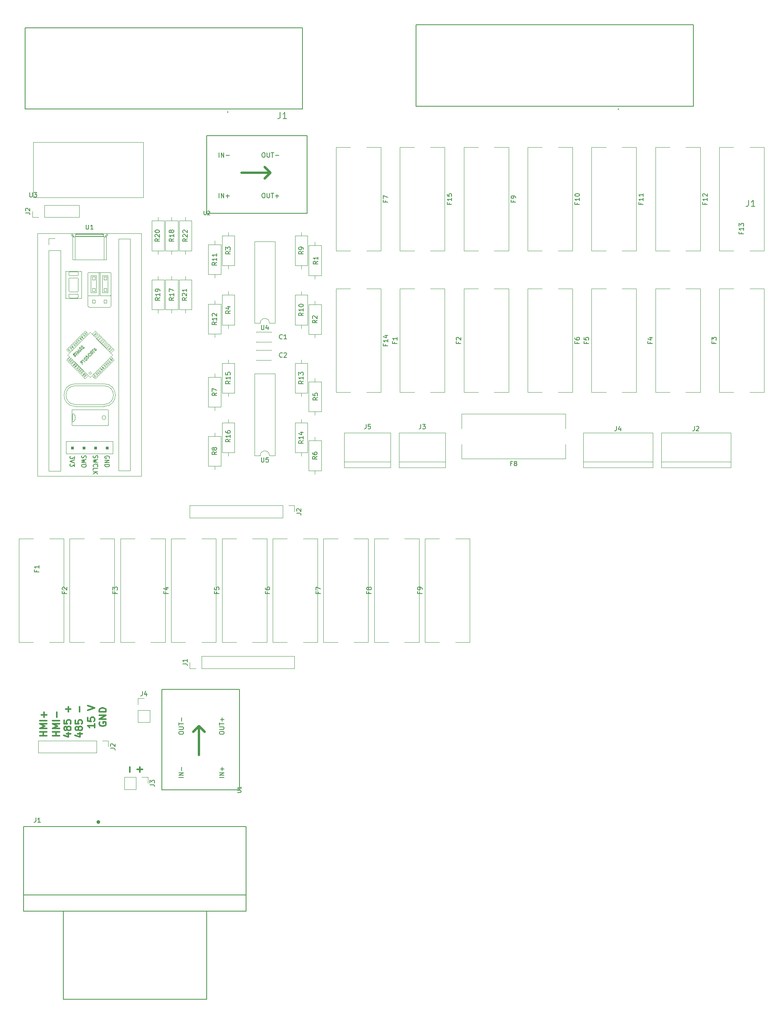
<source format=gbr>
%TF.GenerationSoftware,KiCad,Pcbnew,6.0.4+dfsg-1+b1*%
%TF.CreationDate,2022-05-05T09:12:17-03:00*%
%TF.ProjectId,painel1,7061696e-656c-4312-9e6b-696361645f70,rev?*%
%TF.SameCoordinates,Original*%
%TF.FileFunction,Legend,Top*%
%TF.FilePolarity,Positive*%
%FSLAX46Y46*%
G04 Gerber Fmt 4.6, Leading zero omitted, Abs format (unit mm)*
G04 Created by KiCad (PCBNEW 6.0.4+dfsg-1+b1) date 2022-05-05 09:12:17*
%MOMM*%
%LPD*%
G01*
G04 APERTURE LIST*
%ADD10C,0.300000*%
%ADD11C,0.150000*%
%ADD12C,0.120000*%
%ADD13C,0.127000*%
%ADD14C,0.400000*%
%ADD15C,0.200000*%
%ADD16C,0.100000*%
%ADD17C,0.500000*%
G04 APERTURE END LIST*
D10*
X37971071Y-188571428D02*
X36471071Y-188571428D01*
X37185357Y-188571428D02*
X37185357Y-187714285D01*
X37971071Y-187714285D02*
X36471071Y-187714285D01*
X37971071Y-187000000D02*
X36471071Y-187000000D01*
X37542500Y-186500000D01*
X36471071Y-186000000D01*
X37971071Y-186000000D01*
X37971071Y-185285714D02*
X36471071Y-185285714D01*
X37399642Y-184571428D02*
X37399642Y-183428571D01*
X46750000Y-185642857D02*
X46678571Y-185785714D01*
X46678571Y-186000000D01*
X46750000Y-186214285D01*
X46892857Y-186357142D01*
X47035714Y-186428571D01*
X47321428Y-186500000D01*
X47535714Y-186500000D01*
X47821428Y-186428571D01*
X47964285Y-186357142D01*
X48107142Y-186214285D01*
X48178571Y-186000000D01*
X48178571Y-185857142D01*
X48107142Y-185642857D01*
X48035714Y-185571428D01*
X47535714Y-185571428D01*
X47535714Y-185857142D01*
X48178571Y-184928571D02*
X46678571Y-184928571D01*
X48178571Y-184071428D01*
X46678571Y-184071428D01*
X48178571Y-183357142D02*
X46678571Y-183357142D01*
X46678571Y-183000000D01*
X46750000Y-182785714D01*
X46892857Y-182642857D01*
X47035714Y-182571428D01*
X47321428Y-182500000D01*
X47535714Y-182500000D01*
X47821428Y-182571428D01*
X47964285Y-182642857D01*
X48107142Y-182785714D01*
X48178571Y-183000000D01*
X48178571Y-183357142D01*
X39471071Y-188142857D02*
X40471071Y-188142857D01*
X38899642Y-188500000D02*
X39971071Y-188857142D01*
X39971071Y-187928571D01*
X39613928Y-187142857D02*
X39542500Y-187285714D01*
X39471071Y-187357142D01*
X39328214Y-187428571D01*
X39256785Y-187428571D01*
X39113928Y-187357142D01*
X39042500Y-187285714D01*
X38971071Y-187142857D01*
X38971071Y-186857142D01*
X39042500Y-186714285D01*
X39113928Y-186642857D01*
X39256785Y-186571428D01*
X39328214Y-186571428D01*
X39471071Y-186642857D01*
X39542500Y-186714285D01*
X39613928Y-186857142D01*
X39613928Y-187142857D01*
X39685357Y-187285714D01*
X39756785Y-187357142D01*
X39899642Y-187428571D01*
X40185357Y-187428571D01*
X40328214Y-187357142D01*
X40399642Y-187285714D01*
X40471071Y-187142857D01*
X40471071Y-186857142D01*
X40399642Y-186714285D01*
X40328214Y-186642857D01*
X40185357Y-186571428D01*
X39899642Y-186571428D01*
X39756785Y-186642857D01*
X39685357Y-186714285D01*
X39613928Y-186857142D01*
X38971071Y-185214285D02*
X38971071Y-185928571D01*
X39685357Y-186000000D01*
X39613928Y-185928571D01*
X39542500Y-185785714D01*
X39542500Y-185428571D01*
X39613928Y-185285714D01*
X39685357Y-185214285D01*
X39828214Y-185142857D01*
X40185357Y-185142857D01*
X40328214Y-185214285D01*
X40399642Y-185285714D01*
X40471071Y-185428571D01*
X40471071Y-185785714D01*
X40399642Y-185928571D01*
X40328214Y-186000000D01*
X39899642Y-183357142D02*
X39899642Y-182214285D01*
X40471071Y-182785714D02*
X39328214Y-182785714D01*
X45678571Y-186000000D02*
X45678571Y-186857142D01*
X45678571Y-186428571D02*
X44178571Y-186428571D01*
X44392857Y-186571428D01*
X44535714Y-186714285D01*
X44607142Y-186857142D01*
X44178571Y-184642857D02*
X44178571Y-185357142D01*
X44892857Y-185428571D01*
X44821428Y-185357142D01*
X44750000Y-185214285D01*
X44750000Y-184857142D01*
X44821428Y-184714285D01*
X44892857Y-184642857D01*
X45035714Y-184571428D01*
X45392857Y-184571428D01*
X45535714Y-184642857D01*
X45607142Y-184714285D01*
X45678571Y-184857142D01*
X45678571Y-185214285D01*
X45607142Y-185357142D01*
X45535714Y-185428571D01*
X44178571Y-183000000D02*
X45678571Y-182500000D01*
X44178571Y-182000000D01*
X53399642Y-196571428D02*
X53399642Y-195428571D01*
X55607142Y-196571428D02*
X55607142Y-195428571D01*
X56178571Y-196000000D02*
X55035714Y-196000000D01*
X35178571Y-188571428D02*
X33678571Y-188571428D01*
X34392857Y-188571428D02*
X34392857Y-187714285D01*
X35178571Y-187714285D02*
X33678571Y-187714285D01*
X35178571Y-187000000D02*
X33678571Y-187000000D01*
X34750000Y-186500000D01*
X33678571Y-186000000D01*
X35178571Y-186000000D01*
X35178571Y-185285714D02*
X33678571Y-185285714D01*
X34607142Y-184571428D02*
X34607142Y-183428571D01*
X35178571Y-184000000D02*
X34035714Y-184000000D01*
X41971071Y-188142857D02*
X42971071Y-188142857D01*
X41399642Y-188500000D02*
X42471071Y-188857142D01*
X42471071Y-187928571D01*
X42113928Y-187142857D02*
X42042500Y-187285714D01*
X41971071Y-187357142D01*
X41828214Y-187428571D01*
X41756785Y-187428571D01*
X41613928Y-187357142D01*
X41542500Y-187285714D01*
X41471071Y-187142857D01*
X41471071Y-186857142D01*
X41542500Y-186714285D01*
X41613928Y-186642857D01*
X41756785Y-186571428D01*
X41828214Y-186571428D01*
X41971071Y-186642857D01*
X42042500Y-186714285D01*
X42113928Y-186857142D01*
X42113928Y-187142857D01*
X42185357Y-187285714D01*
X42256785Y-187357142D01*
X42399642Y-187428571D01*
X42685357Y-187428571D01*
X42828214Y-187357142D01*
X42899642Y-187285714D01*
X42971071Y-187142857D01*
X42971071Y-186857142D01*
X42899642Y-186714285D01*
X42828214Y-186642857D01*
X42685357Y-186571428D01*
X42399642Y-186571428D01*
X42256785Y-186642857D01*
X42185357Y-186714285D01*
X42113928Y-186857142D01*
X41471071Y-185214285D02*
X41471071Y-185928571D01*
X42185357Y-186000000D01*
X42113928Y-185928571D01*
X42042500Y-185785714D01*
X42042500Y-185428571D01*
X42113928Y-185285714D01*
X42185357Y-185214285D01*
X42328214Y-185142857D01*
X42685357Y-185142857D01*
X42828214Y-185214285D01*
X42899642Y-185285714D01*
X42971071Y-185428571D01*
X42971071Y-185785714D01*
X42899642Y-185928571D01*
X42828214Y-186000000D01*
X42399642Y-183357142D02*
X42399642Y-182214285D01*
D11*
%TO.C,R5*%
X94559880Y-114464166D02*
X94083690Y-114797500D01*
X94559880Y-115035595D02*
X93559880Y-115035595D01*
X93559880Y-114654642D01*
X93607500Y-114559404D01*
X93655119Y-114511785D01*
X93750357Y-114464166D01*
X93893214Y-114464166D01*
X93988452Y-114511785D01*
X94036071Y-114559404D01*
X94083690Y-114654642D01*
X94083690Y-115035595D01*
X93559880Y-113559404D02*
X93559880Y-114035595D01*
X94036071Y-114083214D01*
X93988452Y-114035595D01*
X93940833Y-113940357D01*
X93940833Y-113702261D01*
X93988452Y-113607023D01*
X94036071Y-113559404D01*
X94131309Y-113511785D01*
X94369404Y-113511785D01*
X94464642Y-113559404D01*
X94512261Y-113607023D01*
X94559880Y-113702261D01*
X94559880Y-113940357D01*
X94512261Y-114035595D01*
X94464642Y-114083214D01*
%TO.C,R3*%
X75429880Y-82464166D02*
X74953690Y-82797500D01*
X75429880Y-83035595D02*
X74429880Y-83035595D01*
X74429880Y-82654642D01*
X74477500Y-82559404D01*
X74525119Y-82511785D01*
X74620357Y-82464166D01*
X74763214Y-82464166D01*
X74858452Y-82511785D01*
X74906071Y-82559404D01*
X74953690Y-82654642D01*
X74953690Y-83035595D01*
X74429880Y-82130833D02*
X74429880Y-81511785D01*
X74810833Y-81845119D01*
X74810833Y-81702261D01*
X74858452Y-81607023D01*
X74906071Y-81559404D01*
X75001309Y-81511785D01*
X75239404Y-81511785D01*
X75334642Y-81559404D01*
X75382261Y-81607023D01*
X75429880Y-81702261D01*
X75429880Y-81987976D01*
X75382261Y-82083214D01*
X75334642Y-82130833D01*
%TO.C,F3*%
X181428571Y-102333333D02*
X181428571Y-102666666D01*
X181952380Y-102666666D02*
X180952380Y-102666666D01*
X180952380Y-102190476D01*
X180952380Y-101904761D02*
X180952380Y-101285714D01*
X181333333Y-101619047D01*
X181333333Y-101476190D01*
X181380952Y-101380952D01*
X181428571Y-101333333D01*
X181523809Y-101285714D01*
X181761904Y-101285714D01*
X181857142Y-101333333D01*
X181904761Y-101380952D01*
X181952380Y-101476190D01*
X181952380Y-101761904D01*
X181904761Y-101857142D01*
X181857142Y-101904761D01*
%TO.C,F4*%
X61303571Y-157083333D02*
X61303571Y-157416666D01*
X61827380Y-157416666D02*
X60827380Y-157416666D01*
X60827380Y-156940476D01*
X61160714Y-156130952D02*
X61827380Y-156130952D01*
X60779761Y-156369047D02*
X61494047Y-156607142D01*
X61494047Y-155988095D01*
%TO.C,J1*%
X32813458Y-206557064D02*
X32813458Y-207272278D01*
X32765777Y-207415320D01*
X32670415Y-207510682D01*
X32527373Y-207558363D01*
X32432011Y-207558363D01*
X33814757Y-207558363D02*
X33242586Y-207558363D01*
X33528672Y-207558363D02*
X33528672Y-206557064D01*
X33433310Y-206700107D01*
X33337948Y-206795469D01*
X33242586Y-206843150D01*
X86362289Y-51981238D02*
X86362289Y-52982673D01*
X86295526Y-53182959D01*
X86162002Y-53316484D01*
X85961715Y-53383246D01*
X85828190Y-53383246D01*
X87764297Y-53383246D02*
X86963149Y-53383246D01*
X87363723Y-53383246D02*
X87363723Y-51981238D01*
X87230198Y-52181525D01*
X87096674Y-52315050D01*
X86963149Y-52381812D01*
%TO.C,F9*%
X137428571Y-71333333D02*
X137428571Y-71666666D01*
X137952380Y-71666666D02*
X136952380Y-71666666D01*
X136952380Y-71190476D01*
X137952380Y-70761904D02*
X137952380Y-70571428D01*
X137904761Y-70476190D01*
X137857142Y-70428571D01*
X137714285Y-70333333D01*
X137523809Y-70285714D01*
X137142857Y-70285714D01*
X137047619Y-70333333D01*
X137000000Y-70380952D01*
X136952380Y-70476190D01*
X136952380Y-70666666D01*
X137000000Y-70761904D01*
X137047619Y-70809523D01*
X137142857Y-70857142D01*
X137380952Y-70857142D01*
X137476190Y-70809523D01*
X137523809Y-70761904D01*
X137571428Y-70666666D01*
X137571428Y-70476190D01*
X137523809Y-70380952D01*
X137476190Y-70333333D01*
X137380952Y-70285714D01*
%TO.C,J1*%
X189004789Y-71232233D02*
X189004789Y-72233668D01*
X188938026Y-72433954D01*
X188804502Y-72567479D01*
X188604215Y-72634241D01*
X188470690Y-72634241D01*
X190406797Y-72634241D02*
X189605649Y-72634241D01*
X190006223Y-72634241D02*
X190006223Y-71232233D01*
X189872698Y-71432520D01*
X189739174Y-71566045D01*
X189605649Y-71632807D01*
%TO.C,R1*%
X94609880Y-84624166D02*
X94133690Y-84957500D01*
X94609880Y-85195595D02*
X93609880Y-85195595D01*
X93609880Y-84814642D01*
X93657500Y-84719404D01*
X93705119Y-84671785D01*
X93800357Y-84624166D01*
X93943214Y-84624166D01*
X94038452Y-84671785D01*
X94086071Y-84719404D01*
X94133690Y-84814642D01*
X94133690Y-85195595D01*
X94609880Y-83671785D02*
X94609880Y-84243214D01*
X94609880Y-83957500D02*
X93609880Y-83957500D01*
X93752738Y-84052738D01*
X93847976Y-84147976D01*
X93895595Y-84243214D01*
%TO.C,R19*%
X59964880Y-92595357D02*
X59488690Y-92928690D01*
X59964880Y-93166785D02*
X58964880Y-93166785D01*
X58964880Y-92785833D01*
X59012500Y-92690595D01*
X59060119Y-92642976D01*
X59155357Y-92595357D01*
X59298214Y-92595357D01*
X59393452Y-92642976D01*
X59441071Y-92690595D01*
X59488690Y-92785833D01*
X59488690Y-93166785D01*
X59964880Y-91642976D02*
X59964880Y-92214404D01*
X59964880Y-91928690D02*
X58964880Y-91928690D01*
X59107738Y-92023928D01*
X59202976Y-92119166D01*
X59250595Y-92214404D01*
X59964880Y-91166785D02*
X59964880Y-90976309D01*
X59917261Y-90881071D01*
X59869642Y-90833452D01*
X59726785Y-90738214D01*
X59536309Y-90690595D01*
X59155357Y-90690595D01*
X59060119Y-90738214D01*
X59012500Y-90785833D01*
X58964880Y-90881071D01*
X58964880Y-91071547D01*
X59012500Y-91166785D01*
X59060119Y-91214404D01*
X59155357Y-91262023D01*
X59393452Y-91262023D01*
X59488690Y-91214404D01*
X59536309Y-91166785D01*
X59583928Y-91071547D01*
X59583928Y-90881071D01*
X59536309Y-90785833D01*
X59488690Y-90738214D01*
X59393452Y-90690595D01*
%TO.C,F8*%
X105803571Y-157083333D02*
X105803571Y-157416666D01*
X106327380Y-157416666D02*
X105327380Y-157416666D01*
X105327380Y-156940476D01*
X105755952Y-156416666D02*
X105708333Y-156511904D01*
X105660714Y-156559523D01*
X105565476Y-156607142D01*
X105517857Y-156607142D01*
X105422619Y-156559523D01*
X105375000Y-156511904D01*
X105327380Y-156416666D01*
X105327380Y-156226190D01*
X105375000Y-156130952D01*
X105422619Y-156083333D01*
X105517857Y-156035714D01*
X105565476Y-156035714D01*
X105660714Y-156083333D01*
X105708333Y-156130952D01*
X105755952Y-156226190D01*
X105755952Y-156416666D01*
X105803571Y-156511904D01*
X105851190Y-156559523D01*
X105946428Y-156607142D01*
X106136904Y-156607142D01*
X106232142Y-156559523D01*
X106279761Y-156511904D01*
X106327380Y-156416666D01*
X106327380Y-156226190D01*
X106279761Y-156130952D01*
X106232142Y-156083333D01*
X106136904Y-156035714D01*
X105946428Y-156035714D01*
X105851190Y-156083333D01*
X105803571Y-156130952D01*
X105755952Y-156226190D01*
%TO.C,F9*%
X116928571Y-157083333D02*
X116928571Y-157416666D01*
X117452380Y-157416666D02*
X116452380Y-157416666D01*
X116452380Y-156940476D01*
X117452380Y-156511904D02*
X117452380Y-156321428D01*
X117404761Y-156226190D01*
X117357142Y-156178571D01*
X117214285Y-156083333D01*
X117023809Y-156035714D01*
X116642857Y-156035714D01*
X116547619Y-156083333D01*
X116500000Y-156130952D01*
X116452380Y-156226190D01*
X116452380Y-156416666D01*
X116500000Y-156511904D01*
X116547619Y-156559523D01*
X116642857Y-156607142D01*
X116880952Y-156607142D01*
X116976190Y-156559523D01*
X117023809Y-156511904D01*
X117071428Y-156416666D01*
X117071428Y-156226190D01*
X117023809Y-156130952D01*
X116976190Y-156083333D01*
X116880952Y-156035714D01*
%TO.C,R4*%
X75429880Y-95464166D02*
X74953690Y-95797500D01*
X75429880Y-96035595D02*
X74429880Y-96035595D01*
X74429880Y-95654642D01*
X74477500Y-95559404D01*
X74525119Y-95511785D01*
X74620357Y-95464166D01*
X74763214Y-95464166D01*
X74858452Y-95511785D01*
X74906071Y-95559404D01*
X74953690Y-95654642D01*
X74953690Y-96035595D01*
X74763214Y-94607023D02*
X75429880Y-94607023D01*
X74382261Y-94845119D02*
X75096547Y-95083214D01*
X75096547Y-94464166D01*
%TO.C,F10*%
X151428571Y-71809523D02*
X151428571Y-72142857D01*
X151952380Y-72142857D02*
X150952380Y-72142857D01*
X150952380Y-71666666D01*
X151952380Y-70761904D02*
X151952380Y-71333333D01*
X151952380Y-71047619D02*
X150952380Y-71047619D01*
X151095238Y-71142857D01*
X151190476Y-71238095D01*
X151238095Y-71333333D01*
X150952380Y-70142857D02*
X150952380Y-70047619D01*
X151000000Y-69952380D01*
X151047619Y-69904761D01*
X151142857Y-69857142D01*
X151333333Y-69809523D01*
X151571428Y-69809523D01*
X151761904Y-69857142D01*
X151857142Y-69904761D01*
X151904761Y-69952380D01*
X151952380Y-70047619D01*
X151952380Y-70142857D01*
X151904761Y-70238095D01*
X151857142Y-70285714D01*
X151761904Y-70333333D01*
X151571428Y-70380952D01*
X151333333Y-70380952D01*
X151142857Y-70333333D01*
X151047619Y-70285714D01*
X151000000Y-70238095D01*
X150952380Y-70142857D01*
%TO.C,U1*%
X43800595Y-76624880D02*
X43800595Y-77434404D01*
X43848214Y-77529642D01*
X43895833Y-77577261D01*
X43991071Y-77624880D01*
X44181547Y-77624880D01*
X44276785Y-77577261D01*
X44324404Y-77529642D01*
X44372023Y-77434404D01*
X44372023Y-76624880D01*
X45372023Y-77624880D02*
X44800595Y-77624880D01*
X45086309Y-77624880D02*
X45086309Y-76624880D01*
X44991071Y-76767738D01*
X44895833Y-76862976D01*
X44800595Y-76910595D01*
X42887738Y-127237642D02*
X42840119Y-127366214D01*
X42840119Y-127580500D01*
X42887738Y-127666214D01*
X42935357Y-127709071D01*
X43030595Y-127751928D01*
X43125833Y-127751928D01*
X43221071Y-127709071D01*
X43268690Y-127666214D01*
X43316309Y-127580500D01*
X43363928Y-127409071D01*
X43411547Y-127323357D01*
X43459166Y-127280500D01*
X43554404Y-127237642D01*
X43649642Y-127237642D01*
X43744880Y-127280500D01*
X43792500Y-127323357D01*
X43840119Y-127409071D01*
X43840119Y-127623357D01*
X43792500Y-127751928D01*
X43840119Y-128051928D02*
X42840119Y-128266214D01*
X43554404Y-128437642D01*
X42840119Y-128609071D01*
X43840119Y-128823357D01*
X43840119Y-129337642D02*
X43840119Y-129509071D01*
X43792500Y-129594785D01*
X43697261Y-129680500D01*
X43506785Y-129723357D01*
X43173452Y-129723357D01*
X42982976Y-129680500D01*
X42887738Y-129594785D01*
X42840119Y-129509071D01*
X42840119Y-129337642D01*
X42887738Y-129251928D01*
X42982976Y-129166214D01*
X43173452Y-129123357D01*
X43506785Y-129123357D01*
X43697261Y-129166214D01*
X43792500Y-129251928D01*
X43840119Y-129337642D01*
X45427738Y-127206785D02*
X45380119Y-127335357D01*
X45380119Y-127549642D01*
X45427738Y-127635357D01*
X45475357Y-127678214D01*
X45570595Y-127721071D01*
X45665833Y-127721071D01*
X45761071Y-127678214D01*
X45808690Y-127635357D01*
X45856309Y-127549642D01*
X45903928Y-127378214D01*
X45951547Y-127292500D01*
X45999166Y-127249642D01*
X46094404Y-127206785D01*
X46189642Y-127206785D01*
X46284880Y-127249642D01*
X46332500Y-127292500D01*
X46380119Y-127378214D01*
X46380119Y-127592500D01*
X46332500Y-127721071D01*
X46380119Y-128021071D02*
X45380119Y-128235357D01*
X46094404Y-128406785D01*
X45380119Y-128578214D01*
X46380119Y-128792500D01*
X45475357Y-129649642D02*
X45427738Y-129606785D01*
X45380119Y-129478214D01*
X45380119Y-129392500D01*
X45427738Y-129263928D01*
X45522976Y-129178214D01*
X45618214Y-129135357D01*
X45808690Y-129092500D01*
X45951547Y-129092500D01*
X46142023Y-129135357D01*
X46237261Y-129178214D01*
X46332500Y-129263928D01*
X46380119Y-129392500D01*
X46380119Y-129478214D01*
X46332500Y-129606785D01*
X46284880Y-129649642D01*
X45380119Y-130463928D02*
X45380119Y-130035357D01*
X46380119Y-130035357D01*
X45380119Y-130763928D02*
X46380119Y-130763928D01*
X45380119Y-131278214D02*
X45951547Y-130892500D01*
X46380119Y-131278214D02*
X45808690Y-130763928D01*
X48872500Y-127794785D02*
X48920119Y-127709071D01*
X48920119Y-127580500D01*
X48872500Y-127451928D01*
X48777261Y-127366214D01*
X48682023Y-127323357D01*
X48491547Y-127280500D01*
X48348690Y-127280500D01*
X48158214Y-127323357D01*
X48062976Y-127366214D01*
X47967738Y-127451928D01*
X47920119Y-127580500D01*
X47920119Y-127666214D01*
X47967738Y-127794785D01*
X48015357Y-127837642D01*
X48348690Y-127837642D01*
X48348690Y-127666214D01*
X47920119Y-128223357D02*
X48920119Y-128223357D01*
X47920119Y-128737642D01*
X48920119Y-128737642D01*
X47920119Y-129166214D02*
X48920119Y-129166214D01*
X48920119Y-129380500D01*
X48872500Y-129509071D01*
X48777261Y-129594785D01*
X48682023Y-129637642D01*
X48491547Y-129680500D01*
X48348690Y-129680500D01*
X48158214Y-129637642D01*
X48062976Y-129594785D01*
X47967738Y-129509071D01*
X47920119Y-129380500D01*
X47920119Y-129166214D01*
X41300119Y-127366214D02*
X41300119Y-127923357D01*
X40919166Y-127623357D01*
X40919166Y-127751928D01*
X40871547Y-127837642D01*
X40823928Y-127880500D01*
X40728690Y-127923357D01*
X40490595Y-127923357D01*
X40395357Y-127880500D01*
X40347738Y-127837642D01*
X40300119Y-127751928D01*
X40300119Y-127494785D01*
X40347738Y-127409071D01*
X40395357Y-127366214D01*
X41300119Y-128180500D02*
X40300119Y-128480500D01*
X41300119Y-128780500D01*
X41300119Y-128994785D02*
X41300119Y-129551928D01*
X40919166Y-129251928D01*
X40919166Y-129380500D01*
X40871547Y-129466214D01*
X40823928Y-129509071D01*
X40728690Y-129551928D01*
X40490595Y-129551928D01*
X40395357Y-129509071D01*
X40347738Y-129466214D01*
X40300119Y-129380500D01*
X40300119Y-129123357D01*
X40347738Y-129037642D01*
X40395357Y-128994785D01*
%TO.C,J3*%
X117166666Y-120372380D02*
X117166666Y-121086666D01*
X117119047Y-121229523D01*
X117023809Y-121324761D01*
X116880952Y-121372380D01*
X116785714Y-121372380D01*
X117547619Y-120372380D02*
X118166666Y-120372380D01*
X117833333Y-120753333D01*
X117976190Y-120753333D01*
X118071428Y-120800952D01*
X118119047Y-120848571D01*
X118166666Y-120943809D01*
X118166666Y-121181904D01*
X118119047Y-121277142D01*
X118071428Y-121324761D01*
X117976190Y-121372380D01*
X117690476Y-121372380D01*
X117595238Y-121324761D01*
X117547619Y-121277142D01*
%TO.C,F2*%
X39053571Y-157083333D02*
X39053571Y-157416666D01*
X39577380Y-157416666D02*
X38577380Y-157416666D01*
X38577380Y-156940476D01*
X38672619Y-156607142D02*
X38625000Y-156559523D01*
X38577380Y-156464285D01*
X38577380Y-156226190D01*
X38625000Y-156130952D01*
X38672619Y-156083333D01*
X38767857Y-156035714D01*
X38863095Y-156035714D01*
X39005952Y-156083333D01*
X39577380Y-156654761D01*
X39577380Y-156035714D01*
%TO.C,R6*%
X94429880Y-127384166D02*
X93953690Y-127717500D01*
X94429880Y-127955595D02*
X93429880Y-127955595D01*
X93429880Y-127574642D01*
X93477500Y-127479404D01*
X93525119Y-127431785D01*
X93620357Y-127384166D01*
X93763214Y-127384166D01*
X93858452Y-127431785D01*
X93906071Y-127479404D01*
X93953690Y-127574642D01*
X93953690Y-127955595D01*
X93429880Y-126527023D02*
X93429880Y-126717500D01*
X93477500Y-126812738D01*
X93525119Y-126860357D01*
X93667976Y-126955595D01*
X93858452Y-127003214D01*
X94239404Y-127003214D01*
X94334642Y-126955595D01*
X94382261Y-126907976D01*
X94429880Y-126812738D01*
X94429880Y-126622261D01*
X94382261Y-126527023D01*
X94334642Y-126479404D01*
X94239404Y-126431785D01*
X94001309Y-126431785D01*
X93906071Y-126479404D01*
X93858452Y-126527023D01*
X93810833Y-126622261D01*
X93810833Y-126812738D01*
X93858452Y-126907976D01*
X93906071Y-126955595D01*
X94001309Y-127003214D01*
%TO.C,F4*%
X167428571Y-102333333D02*
X167428571Y-102666666D01*
X167952380Y-102666666D02*
X166952380Y-102666666D01*
X166952380Y-102190476D01*
X167285714Y-101380952D02*
X167952380Y-101380952D01*
X166904761Y-101619047D02*
X167619047Y-101857142D01*
X167619047Y-101238095D01*
%TO.C,F3*%
X50178571Y-157083333D02*
X50178571Y-157416666D01*
X50702380Y-157416666D02*
X49702380Y-157416666D01*
X49702380Y-156940476D01*
X49702380Y-156654761D02*
X49702380Y-156035714D01*
X50083333Y-156369047D01*
X50083333Y-156226190D01*
X50130952Y-156130952D01*
X50178571Y-156083333D01*
X50273809Y-156035714D01*
X50511904Y-156035714D01*
X50607142Y-156083333D01*
X50654761Y-156130952D01*
X50702380Y-156226190D01*
X50702380Y-156511904D01*
X50654761Y-156607142D01*
X50607142Y-156654761D01*
%TO.C,R2*%
X94429880Y-97544166D02*
X93953690Y-97877500D01*
X94429880Y-98115595D02*
X93429880Y-98115595D01*
X93429880Y-97734642D01*
X93477500Y-97639404D01*
X93525119Y-97591785D01*
X93620357Y-97544166D01*
X93763214Y-97544166D01*
X93858452Y-97591785D01*
X93906071Y-97639404D01*
X93953690Y-97734642D01*
X93953690Y-98115595D01*
X93525119Y-97163214D02*
X93477500Y-97115595D01*
X93429880Y-97020357D01*
X93429880Y-96782261D01*
X93477500Y-96687023D01*
X93525119Y-96639404D01*
X93620357Y-96591785D01*
X93715595Y-96591785D01*
X93858452Y-96639404D01*
X94429880Y-97210833D01*
X94429880Y-96591785D01*
%TO.C,R15*%
X75429880Y-110860357D02*
X74953690Y-111193690D01*
X75429880Y-111431785D02*
X74429880Y-111431785D01*
X74429880Y-111050833D01*
X74477500Y-110955595D01*
X74525119Y-110907976D01*
X74620357Y-110860357D01*
X74763214Y-110860357D01*
X74858452Y-110907976D01*
X74906071Y-110955595D01*
X74953690Y-111050833D01*
X74953690Y-111431785D01*
X75429880Y-109907976D02*
X75429880Y-110479404D01*
X75429880Y-110193690D02*
X74429880Y-110193690D01*
X74572738Y-110288928D01*
X74667976Y-110384166D01*
X74715595Y-110479404D01*
X74429880Y-109003214D02*
X74429880Y-109479404D01*
X74906071Y-109527023D01*
X74858452Y-109479404D01*
X74810833Y-109384166D01*
X74810833Y-109146071D01*
X74858452Y-109050833D01*
X74906071Y-109003214D01*
X75001309Y-108955595D01*
X75239404Y-108955595D01*
X75334642Y-109003214D01*
X75382261Y-109050833D01*
X75429880Y-109146071D01*
X75429880Y-109384166D01*
X75382261Y-109479404D01*
X75334642Y-109527023D01*
%TO.C,F8*%
X137166666Y-128928571D02*
X136833333Y-128928571D01*
X136833333Y-129452380D02*
X136833333Y-128452380D01*
X137309523Y-128452380D01*
X137833333Y-128880952D02*
X137738095Y-128833333D01*
X137690476Y-128785714D01*
X137642857Y-128690476D01*
X137642857Y-128642857D01*
X137690476Y-128547619D01*
X137738095Y-128500000D01*
X137833333Y-128452380D01*
X138023809Y-128452380D01*
X138119047Y-128500000D01*
X138166666Y-128547619D01*
X138214285Y-128642857D01*
X138214285Y-128690476D01*
X138166666Y-128785714D01*
X138119047Y-128833333D01*
X138023809Y-128880952D01*
X137833333Y-128880952D01*
X137738095Y-128928571D01*
X137690476Y-128976190D01*
X137642857Y-129071428D01*
X137642857Y-129261904D01*
X137690476Y-129357142D01*
X137738095Y-129404761D01*
X137833333Y-129452380D01*
X138023809Y-129452380D01*
X138119047Y-129404761D01*
X138166666Y-129357142D01*
X138214285Y-129261904D01*
X138214285Y-129071428D01*
X138166666Y-128976190D01*
X138119047Y-128928571D01*
X138023809Y-128880952D01*
%TO.C,U3*%
X31450595Y-69572380D02*
X31450595Y-70381904D01*
X31498214Y-70477142D01*
X31545833Y-70524761D01*
X31641071Y-70572380D01*
X31831547Y-70572380D01*
X31926785Y-70524761D01*
X31974404Y-70477142D01*
X32022023Y-70381904D01*
X32022023Y-69572380D01*
X32402976Y-69572380D02*
X33022023Y-69572380D01*
X32688690Y-69953333D01*
X32831547Y-69953333D01*
X32926785Y-70000952D01*
X32974404Y-70048571D01*
X33022023Y-70143809D01*
X33022023Y-70381904D01*
X32974404Y-70477142D01*
X32926785Y-70524761D01*
X32831547Y-70572380D01*
X32545833Y-70572380D01*
X32450595Y-70524761D01*
X32402976Y-70477142D01*
%TO.C,R20*%
X59914880Y-79675357D02*
X59438690Y-80008690D01*
X59914880Y-80246785D02*
X58914880Y-80246785D01*
X58914880Y-79865833D01*
X58962500Y-79770595D01*
X59010119Y-79722976D01*
X59105357Y-79675357D01*
X59248214Y-79675357D01*
X59343452Y-79722976D01*
X59391071Y-79770595D01*
X59438690Y-79865833D01*
X59438690Y-80246785D01*
X59010119Y-79294404D02*
X58962500Y-79246785D01*
X58914880Y-79151547D01*
X58914880Y-78913452D01*
X58962500Y-78818214D01*
X59010119Y-78770595D01*
X59105357Y-78722976D01*
X59200595Y-78722976D01*
X59343452Y-78770595D01*
X59914880Y-79342023D01*
X59914880Y-78722976D01*
X58914880Y-78103928D02*
X58914880Y-78008690D01*
X58962500Y-77913452D01*
X59010119Y-77865833D01*
X59105357Y-77818214D01*
X59295833Y-77770595D01*
X59533928Y-77770595D01*
X59724404Y-77818214D01*
X59819642Y-77865833D01*
X59867261Y-77913452D01*
X59914880Y-78008690D01*
X59914880Y-78103928D01*
X59867261Y-78199166D01*
X59819642Y-78246785D01*
X59724404Y-78294404D01*
X59533928Y-78342023D01*
X59295833Y-78342023D01*
X59105357Y-78294404D01*
X59010119Y-78246785D01*
X58962500Y-78199166D01*
X58914880Y-78103928D01*
%TO.C,R7*%
X72429880Y-113464166D02*
X71953690Y-113797500D01*
X72429880Y-114035595D02*
X71429880Y-114035595D01*
X71429880Y-113654642D01*
X71477500Y-113559404D01*
X71525119Y-113511785D01*
X71620357Y-113464166D01*
X71763214Y-113464166D01*
X71858452Y-113511785D01*
X71906071Y-113559404D01*
X71953690Y-113654642D01*
X71953690Y-114035595D01*
X71429880Y-113130833D02*
X71429880Y-112464166D01*
X72429880Y-112892738D01*
%TO.C,C1*%
X86810833Y-101574642D02*
X86763214Y-101622261D01*
X86620357Y-101669880D01*
X86525119Y-101669880D01*
X86382261Y-101622261D01*
X86287023Y-101527023D01*
X86239404Y-101431785D01*
X86191785Y-101241309D01*
X86191785Y-101098452D01*
X86239404Y-100907976D01*
X86287023Y-100812738D01*
X86382261Y-100717500D01*
X86525119Y-100669880D01*
X86620357Y-100669880D01*
X86763214Y-100717500D01*
X86810833Y-100765119D01*
X87763214Y-101669880D02*
X87191785Y-101669880D01*
X87477500Y-101669880D02*
X87477500Y-100669880D01*
X87382261Y-100812738D01*
X87287023Y-100907976D01*
X87191785Y-100955595D01*
%TO.C,J1*%
X64972380Y-172833333D02*
X65686666Y-172833333D01*
X65829523Y-172880952D01*
X65924761Y-172976190D01*
X65972380Y-173119047D01*
X65972380Y-173214285D01*
X65972380Y-171833333D02*
X65972380Y-172404761D01*
X65972380Y-172119047D02*
X64972380Y-172119047D01*
X65115238Y-172214285D01*
X65210476Y-172309523D01*
X65258095Y-172404761D01*
%TO.C,R12*%
X72429880Y-97940357D02*
X71953690Y-98273690D01*
X72429880Y-98511785D02*
X71429880Y-98511785D01*
X71429880Y-98130833D01*
X71477500Y-98035595D01*
X71525119Y-97987976D01*
X71620357Y-97940357D01*
X71763214Y-97940357D01*
X71858452Y-97987976D01*
X71906071Y-98035595D01*
X71953690Y-98130833D01*
X71953690Y-98511785D01*
X72429880Y-96987976D02*
X72429880Y-97559404D01*
X72429880Y-97273690D02*
X71429880Y-97273690D01*
X71572738Y-97368928D01*
X71667976Y-97464166D01*
X71715595Y-97559404D01*
X71525119Y-96607023D02*
X71477500Y-96559404D01*
X71429880Y-96464166D01*
X71429880Y-96226071D01*
X71477500Y-96130833D01*
X71525119Y-96083214D01*
X71620357Y-96035595D01*
X71715595Y-96035595D01*
X71858452Y-96083214D01*
X72429880Y-96654642D01*
X72429880Y-96035595D01*
%TO.C,R21*%
X65864880Y-92595357D02*
X65388690Y-92928690D01*
X65864880Y-93166785D02*
X64864880Y-93166785D01*
X64864880Y-92785833D01*
X64912500Y-92690595D01*
X64960119Y-92642976D01*
X65055357Y-92595357D01*
X65198214Y-92595357D01*
X65293452Y-92642976D01*
X65341071Y-92690595D01*
X65388690Y-92785833D01*
X65388690Y-93166785D01*
X64960119Y-92214404D02*
X64912500Y-92166785D01*
X64864880Y-92071547D01*
X64864880Y-91833452D01*
X64912500Y-91738214D01*
X64960119Y-91690595D01*
X65055357Y-91642976D01*
X65150595Y-91642976D01*
X65293452Y-91690595D01*
X65864880Y-92262023D01*
X65864880Y-91642976D01*
X65864880Y-90690595D02*
X65864880Y-91262023D01*
X65864880Y-90976309D02*
X64864880Y-90976309D01*
X65007738Y-91071547D01*
X65102976Y-91166785D01*
X65150595Y-91262023D01*
%TO.C,F5*%
X72428571Y-157083333D02*
X72428571Y-157416666D01*
X72952380Y-157416666D02*
X71952380Y-157416666D01*
X71952380Y-156940476D01*
X71952380Y-156083333D02*
X71952380Y-156559523D01*
X72428571Y-156607142D01*
X72380952Y-156559523D01*
X72333333Y-156464285D01*
X72333333Y-156226190D01*
X72380952Y-156130952D01*
X72428571Y-156083333D01*
X72523809Y-156035714D01*
X72761904Y-156035714D01*
X72857142Y-156083333D01*
X72904761Y-156130952D01*
X72952380Y-156226190D01*
X72952380Y-156464285D01*
X72904761Y-156559523D01*
X72857142Y-156607142D01*
%TO.C,F1*%
X32928571Y-152333333D02*
X32928571Y-152666666D01*
X33452380Y-152666666D02*
X32452380Y-152666666D01*
X32452380Y-152190476D01*
X33452380Y-151285714D02*
X33452380Y-151857142D01*
X33452380Y-151571428D02*
X32452380Y-151571428D01*
X32595238Y-151666666D01*
X32690476Y-151761904D01*
X32738095Y-151857142D01*
%TO.C,R22*%
X66014880Y-79675357D02*
X65538690Y-80008690D01*
X66014880Y-80246785D02*
X65014880Y-80246785D01*
X65014880Y-79865833D01*
X65062500Y-79770595D01*
X65110119Y-79722976D01*
X65205357Y-79675357D01*
X65348214Y-79675357D01*
X65443452Y-79722976D01*
X65491071Y-79770595D01*
X65538690Y-79865833D01*
X65538690Y-80246785D01*
X65110119Y-79294404D02*
X65062500Y-79246785D01*
X65014880Y-79151547D01*
X65014880Y-78913452D01*
X65062500Y-78818214D01*
X65110119Y-78770595D01*
X65205357Y-78722976D01*
X65300595Y-78722976D01*
X65443452Y-78770595D01*
X66014880Y-79342023D01*
X66014880Y-78722976D01*
X65110119Y-78342023D02*
X65062500Y-78294404D01*
X65014880Y-78199166D01*
X65014880Y-77961071D01*
X65062500Y-77865833D01*
X65110119Y-77818214D01*
X65205357Y-77770595D01*
X65300595Y-77770595D01*
X65443452Y-77818214D01*
X66014880Y-78389642D01*
X66014880Y-77770595D01*
%TO.C,R13*%
X91429880Y-110860357D02*
X90953690Y-111193690D01*
X91429880Y-111431785D02*
X90429880Y-111431785D01*
X90429880Y-111050833D01*
X90477500Y-110955595D01*
X90525119Y-110907976D01*
X90620357Y-110860357D01*
X90763214Y-110860357D01*
X90858452Y-110907976D01*
X90906071Y-110955595D01*
X90953690Y-111050833D01*
X90953690Y-111431785D01*
X91429880Y-109907976D02*
X91429880Y-110479404D01*
X91429880Y-110193690D02*
X90429880Y-110193690D01*
X90572738Y-110288928D01*
X90667976Y-110384166D01*
X90715595Y-110479404D01*
X90429880Y-109574642D02*
X90429880Y-108955595D01*
X90810833Y-109288928D01*
X90810833Y-109146071D01*
X90858452Y-109050833D01*
X90906071Y-109003214D01*
X91001309Y-108955595D01*
X91239404Y-108955595D01*
X91334642Y-109003214D01*
X91382261Y-109050833D01*
X91429880Y-109146071D01*
X91429880Y-109431785D01*
X91382261Y-109527023D01*
X91334642Y-109574642D01*
%TO.C,J2*%
X89932380Y-139833333D02*
X90646666Y-139833333D01*
X90789523Y-139880952D01*
X90884761Y-139976190D01*
X90932380Y-140119047D01*
X90932380Y-140214285D01*
X90027619Y-139404761D02*
X89980000Y-139357142D01*
X89932380Y-139261904D01*
X89932380Y-139023809D01*
X89980000Y-138928571D01*
X90027619Y-138880952D01*
X90122857Y-138833333D01*
X90218095Y-138833333D01*
X90360952Y-138880952D01*
X90932380Y-139452380D01*
X90932380Y-138833333D01*
%TO.C,U1*%
X76975553Y-201006675D02*
X77612974Y-201006675D01*
X77687965Y-200969180D01*
X77725460Y-200931684D01*
X77762955Y-200856694D01*
X77762955Y-200706712D01*
X77725460Y-200631722D01*
X77687965Y-200594226D01*
X77612974Y-200556731D01*
X76975553Y-200556731D01*
X77762955Y-199769329D02*
X77762955Y-200219273D01*
X77762955Y-199994301D02*
X76975553Y-199994301D01*
X77088039Y-200069292D01*
X77163030Y-200144282D01*
X77200525Y-200219273D01*
X74049130Y-197739607D02*
X73049130Y-197739607D01*
X74049130Y-197263416D02*
X73049130Y-197263416D01*
X74049130Y-196691988D01*
X73049130Y-196691988D01*
X73668178Y-196215797D02*
X73668178Y-195453892D01*
X74049130Y-195834845D02*
X73287226Y-195834845D01*
X73049130Y-188055797D02*
X73049130Y-187865321D01*
X73096750Y-187770083D01*
X73191988Y-187674845D01*
X73382464Y-187627226D01*
X73715797Y-187627226D01*
X73906273Y-187674845D01*
X74001511Y-187770083D01*
X74049130Y-187865321D01*
X74049130Y-188055797D01*
X74001511Y-188151035D01*
X73906273Y-188246273D01*
X73715797Y-188293892D01*
X73382464Y-188293892D01*
X73191988Y-188246273D01*
X73096750Y-188151035D01*
X73049130Y-188055797D01*
X73049130Y-187198654D02*
X73858654Y-187198654D01*
X73953892Y-187151035D01*
X74001511Y-187103416D01*
X74049130Y-187008178D01*
X74049130Y-186817702D01*
X74001511Y-186722464D01*
X73953892Y-186674845D01*
X73858654Y-186627226D01*
X73049130Y-186627226D01*
X73049130Y-186293892D02*
X73049130Y-185722464D01*
X74049130Y-186008178D02*
X73049130Y-186008178D01*
X73668178Y-185389130D02*
X73668178Y-184627226D01*
X74049130Y-185008178D02*
X73287226Y-185008178D01*
X65159130Y-197739607D02*
X64159130Y-197739607D01*
X65159130Y-197263416D02*
X64159130Y-197263416D01*
X65159130Y-196691988D01*
X64159130Y-196691988D01*
X64778178Y-196215797D02*
X64778178Y-195453892D01*
X64159130Y-188055797D02*
X64159130Y-187865321D01*
X64206750Y-187770083D01*
X64301988Y-187674845D01*
X64492464Y-187627226D01*
X64825797Y-187627226D01*
X65016273Y-187674845D01*
X65111511Y-187770083D01*
X65159130Y-187865321D01*
X65159130Y-188055797D01*
X65111511Y-188151035D01*
X65016273Y-188246273D01*
X64825797Y-188293892D01*
X64492464Y-188293892D01*
X64301988Y-188246273D01*
X64206750Y-188151035D01*
X64159130Y-188055797D01*
X64159130Y-187198654D02*
X64968654Y-187198654D01*
X65063892Y-187151035D01*
X65111511Y-187103416D01*
X65159130Y-187008178D01*
X65159130Y-186817702D01*
X65111511Y-186722464D01*
X65063892Y-186674845D01*
X64968654Y-186627226D01*
X64159130Y-186627226D01*
X64159130Y-186293892D02*
X64159130Y-185722464D01*
X65159130Y-186008178D02*
X64159130Y-186008178D01*
X64778178Y-185389130D02*
X64778178Y-184627226D01*
%TO.C,U2*%
X69675824Y-73658053D02*
X69675824Y-74295474D01*
X69713320Y-74370465D01*
X69750815Y-74407960D01*
X69825806Y-74445455D01*
X69975787Y-74445455D01*
X70050778Y-74407960D01*
X70088273Y-74370465D01*
X70125768Y-74295474D01*
X70125768Y-73658053D01*
X70463226Y-73733044D02*
X70500722Y-73695549D01*
X70575712Y-73658053D01*
X70763189Y-73658053D01*
X70838180Y-73695549D01*
X70875675Y-73733044D01*
X70913170Y-73808035D01*
X70913170Y-73883025D01*
X70875675Y-73995511D01*
X70425731Y-74445455D01*
X70913170Y-74445455D01*
X82626702Y-69731630D02*
X82817178Y-69731630D01*
X82912416Y-69779250D01*
X83007654Y-69874488D01*
X83055273Y-70064964D01*
X83055273Y-70398297D01*
X83007654Y-70588773D01*
X82912416Y-70684011D01*
X82817178Y-70731630D01*
X82626702Y-70731630D01*
X82531464Y-70684011D01*
X82436226Y-70588773D01*
X82388607Y-70398297D01*
X82388607Y-70064964D01*
X82436226Y-69874488D01*
X82531464Y-69779250D01*
X82626702Y-69731630D01*
X83483845Y-69731630D02*
X83483845Y-70541154D01*
X83531464Y-70636392D01*
X83579083Y-70684011D01*
X83674321Y-70731630D01*
X83864797Y-70731630D01*
X83960035Y-70684011D01*
X84007654Y-70636392D01*
X84055273Y-70541154D01*
X84055273Y-69731630D01*
X84388607Y-69731630D02*
X84960035Y-69731630D01*
X84674321Y-70731630D02*
X84674321Y-69731630D01*
X85293369Y-70350678D02*
X86055273Y-70350678D01*
X85674321Y-70731630D02*
X85674321Y-69969726D01*
X72942892Y-70731630D02*
X72942892Y-69731630D01*
X73419083Y-70731630D02*
X73419083Y-69731630D01*
X73990511Y-70731630D01*
X73990511Y-69731630D01*
X74466702Y-70350678D02*
X75228607Y-70350678D01*
X74847654Y-70731630D02*
X74847654Y-69969726D01*
X82626702Y-60841630D02*
X82817178Y-60841630D01*
X82912416Y-60889250D01*
X83007654Y-60984488D01*
X83055273Y-61174964D01*
X83055273Y-61508297D01*
X83007654Y-61698773D01*
X82912416Y-61794011D01*
X82817178Y-61841630D01*
X82626702Y-61841630D01*
X82531464Y-61794011D01*
X82436226Y-61698773D01*
X82388607Y-61508297D01*
X82388607Y-61174964D01*
X82436226Y-60984488D01*
X82531464Y-60889250D01*
X82626702Y-60841630D01*
X83483845Y-60841630D02*
X83483845Y-61651154D01*
X83531464Y-61746392D01*
X83579083Y-61794011D01*
X83674321Y-61841630D01*
X83864797Y-61841630D01*
X83960035Y-61794011D01*
X84007654Y-61746392D01*
X84055273Y-61651154D01*
X84055273Y-60841630D01*
X84388607Y-60841630D02*
X84960035Y-60841630D01*
X84674321Y-61841630D02*
X84674321Y-60841630D01*
X85293369Y-61460678D02*
X86055273Y-61460678D01*
X72942892Y-61841630D02*
X72942892Y-60841630D01*
X73419083Y-61841630D02*
X73419083Y-60841630D01*
X73990511Y-61841630D01*
X73990511Y-60841630D01*
X74466702Y-61460678D02*
X75228607Y-61460678D01*
%TO.C,R16*%
X75429880Y-123630357D02*
X74953690Y-123963690D01*
X75429880Y-124201785D02*
X74429880Y-124201785D01*
X74429880Y-123820833D01*
X74477500Y-123725595D01*
X74525119Y-123677976D01*
X74620357Y-123630357D01*
X74763214Y-123630357D01*
X74858452Y-123677976D01*
X74906071Y-123725595D01*
X74953690Y-123820833D01*
X74953690Y-124201785D01*
X75429880Y-122677976D02*
X75429880Y-123249404D01*
X75429880Y-122963690D02*
X74429880Y-122963690D01*
X74572738Y-123058928D01*
X74667976Y-123154166D01*
X74715595Y-123249404D01*
X74429880Y-121820833D02*
X74429880Y-122011309D01*
X74477500Y-122106547D01*
X74525119Y-122154166D01*
X74667976Y-122249404D01*
X74858452Y-122297023D01*
X75239404Y-122297023D01*
X75334642Y-122249404D01*
X75382261Y-122201785D01*
X75429880Y-122106547D01*
X75429880Y-121916071D01*
X75382261Y-121820833D01*
X75334642Y-121773214D01*
X75239404Y-121725595D01*
X75001309Y-121725595D01*
X74906071Y-121773214D01*
X74858452Y-121820833D01*
X74810833Y-121916071D01*
X74810833Y-122106547D01*
X74858452Y-122201785D01*
X74906071Y-122249404D01*
X75001309Y-122297023D01*
%TO.C,F6*%
X151428571Y-102333333D02*
X151428571Y-102666666D01*
X151952380Y-102666666D02*
X150952380Y-102666666D01*
X150952380Y-102190476D01*
X150952380Y-101380952D02*
X150952380Y-101571428D01*
X151000000Y-101666666D01*
X151047619Y-101714285D01*
X151190476Y-101809523D01*
X151380952Y-101857142D01*
X151761904Y-101857142D01*
X151857142Y-101809523D01*
X151904761Y-101761904D01*
X151952380Y-101666666D01*
X151952380Y-101476190D01*
X151904761Y-101380952D01*
X151857142Y-101333333D01*
X151761904Y-101285714D01*
X151523809Y-101285714D01*
X151428571Y-101333333D01*
X151380952Y-101380952D01*
X151333333Y-101476190D01*
X151333333Y-101666666D01*
X151380952Y-101761904D01*
X151428571Y-101809523D01*
X151523809Y-101857142D01*
%TO.C,F11*%
X165428571Y-71809523D02*
X165428571Y-72142857D01*
X165952380Y-72142857D02*
X164952380Y-72142857D01*
X164952380Y-71666666D01*
X165952380Y-70761904D02*
X165952380Y-71333333D01*
X165952380Y-71047619D02*
X164952380Y-71047619D01*
X165095238Y-71142857D01*
X165190476Y-71238095D01*
X165238095Y-71333333D01*
X165952380Y-69809523D02*
X165952380Y-70380952D01*
X165952380Y-70095238D02*
X164952380Y-70095238D01*
X165095238Y-70190476D01*
X165190476Y-70285714D01*
X165238095Y-70380952D01*
%TO.C,R11*%
X72429880Y-84860357D02*
X71953690Y-85193690D01*
X72429880Y-85431785D02*
X71429880Y-85431785D01*
X71429880Y-85050833D01*
X71477500Y-84955595D01*
X71525119Y-84907976D01*
X71620357Y-84860357D01*
X71763214Y-84860357D01*
X71858452Y-84907976D01*
X71906071Y-84955595D01*
X71953690Y-85050833D01*
X71953690Y-85431785D01*
X72429880Y-83907976D02*
X72429880Y-84479404D01*
X72429880Y-84193690D02*
X71429880Y-84193690D01*
X71572738Y-84288928D01*
X71667976Y-84384166D01*
X71715595Y-84479404D01*
X72429880Y-82955595D02*
X72429880Y-83527023D01*
X72429880Y-83241309D02*
X71429880Y-83241309D01*
X71572738Y-83336547D01*
X71667976Y-83431785D01*
X71715595Y-83527023D01*
%TO.C,F7*%
X94678571Y-157083333D02*
X94678571Y-157416666D01*
X95202380Y-157416666D02*
X94202380Y-157416666D01*
X94202380Y-156940476D01*
X94202380Y-156654761D02*
X94202380Y-155988095D01*
X95202380Y-156416666D01*
%TO.C,R10*%
X91429880Y-95940357D02*
X90953690Y-96273690D01*
X91429880Y-96511785D02*
X90429880Y-96511785D01*
X90429880Y-96130833D01*
X90477500Y-96035595D01*
X90525119Y-95987976D01*
X90620357Y-95940357D01*
X90763214Y-95940357D01*
X90858452Y-95987976D01*
X90906071Y-96035595D01*
X90953690Y-96130833D01*
X90953690Y-96511785D01*
X91429880Y-94987976D02*
X91429880Y-95559404D01*
X91429880Y-95273690D02*
X90429880Y-95273690D01*
X90572738Y-95368928D01*
X90667976Y-95464166D01*
X90715595Y-95559404D01*
X90429880Y-94368928D02*
X90429880Y-94273690D01*
X90477500Y-94178452D01*
X90525119Y-94130833D01*
X90620357Y-94083214D01*
X90810833Y-94035595D01*
X91048928Y-94035595D01*
X91239404Y-94083214D01*
X91334642Y-94130833D01*
X91382261Y-94178452D01*
X91429880Y-94273690D01*
X91429880Y-94368928D01*
X91382261Y-94464166D01*
X91334642Y-94511785D01*
X91239404Y-94559404D01*
X91048928Y-94607023D01*
X90810833Y-94607023D01*
X90620357Y-94559404D01*
X90525119Y-94511785D01*
X90477500Y-94464166D01*
X90429880Y-94368928D01*
%TO.C,R8*%
X72429880Y-126384166D02*
X71953690Y-126717500D01*
X72429880Y-126955595D02*
X71429880Y-126955595D01*
X71429880Y-126574642D01*
X71477500Y-126479404D01*
X71525119Y-126431785D01*
X71620357Y-126384166D01*
X71763214Y-126384166D01*
X71858452Y-126431785D01*
X71906071Y-126479404D01*
X71953690Y-126574642D01*
X71953690Y-126955595D01*
X71858452Y-125812738D02*
X71810833Y-125907976D01*
X71763214Y-125955595D01*
X71667976Y-126003214D01*
X71620357Y-126003214D01*
X71525119Y-125955595D01*
X71477500Y-125907976D01*
X71429880Y-125812738D01*
X71429880Y-125622261D01*
X71477500Y-125527023D01*
X71525119Y-125479404D01*
X71620357Y-125431785D01*
X71667976Y-125431785D01*
X71763214Y-125479404D01*
X71810833Y-125527023D01*
X71858452Y-125622261D01*
X71858452Y-125812738D01*
X71906071Y-125907976D01*
X71953690Y-125955595D01*
X72048928Y-126003214D01*
X72239404Y-126003214D01*
X72334642Y-125955595D01*
X72382261Y-125907976D01*
X72429880Y-125812738D01*
X72429880Y-125622261D01*
X72382261Y-125527023D01*
X72334642Y-125479404D01*
X72239404Y-125431785D01*
X72048928Y-125431785D01*
X71953690Y-125479404D01*
X71906071Y-125527023D01*
X71858452Y-125622261D01*
%TO.C,R18*%
X63014880Y-79675357D02*
X62538690Y-80008690D01*
X63014880Y-80246785D02*
X62014880Y-80246785D01*
X62014880Y-79865833D01*
X62062500Y-79770595D01*
X62110119Y-79722976D01*
X62205357Y-79675357D01*
X62348214Y-79675357D01*
X62443452Y-79722976D01*
X62491071Y-79770595D01*
X62538690Y-79865833D01*
X62538690Y-80246785D01*
X63014880Y-78722976D02*
X63014880Y-79294404D01*
X63014880Y-79008690D02*
X62014880Y-79008690D01*
X62157738Y-79103928D01*
X62252976Y-79199166D01*
X62300595Y-79294404D01*
X62443452Y-78151547D02*
X62395833Y-78246785D01*
X62348214Y-78294404D01*
X62252976Y-78342023D01*
X62205357Y-78342023D01*
X62110119Y-78294404D01*
X62062500Y-78246785D01*
X62014880Y-78151547D01*
X62014880Y-77961071D01*
X62062500Y-77865833D01*
X62110119Y-77818214D01*
X62205357Y-77770595D01*
X62252976Y-77770595D01*
X62348214Y-77818214D01*
X62395833Y-77865833D01*
X62443452Y-77961071D01*
X62443452Y-78151547D01*
X62491071Y-78246785D01*
X62538690Y-78294404D01*
X62633928Y-78342023D01*
X62824404Y-78342023D01*
X62919642Y-78294404D01*
X62967261Y-78246785D01*
X63014880Y-78151547D01*
X63014880Y-77961071D01*
X62967261Y-77865833D01*
X62919642Y-77818214D01*
X62824404Y-77770595D01*
X62633928Y-77770595D01*
X62538690Y-77818214D01*
X62491071Y-77865833D01*
X62443452Y-77961071D01*
%TO.C,F6*%
X83553571Y-157083333D02*
X83553571Y-157416666D01*
X84077380Y-157416666D02*
X83077380Y-157416666D01*
X83077380Y-156940476D01*
X83077380Y-156130952D02*
X83077380Y-156321428D01*
X83125000Y-156416666D01*
X83172619Y-156464285D01*
X83315476Y-156559523D01*
X83505952Y-156607142D01*
X83886904Y-156607142D01*
X83982142Y-156559523D01*
X84029761Y-156511904D01*
X84077380Y-156416666D01*
X84077380Y-156226190D01*
X84029761Y-156130952D01*
X83982142Y-156083333D01*
X83886904Y-156035714D01*
X83648809Y-156035714D01*
X83553571Y-156083333D01*
X83505952Y-156130952D01*
X83458333Y-156226190D01*
X83458333Y-156416666D01*
X83505952Y-156511904D01*
X83553571Y-156559523D01*
X83648809Y-156607142D01*
%TO.C,F13*%
X187428571Y-78309523D02*
X187428571Y-78642857D01*
X187952380Y-78642857D02*
X186952380Y-78642857D01*
X186952380Y-78166666D01*
X187952380Y-77261904D02*
X187952380Y-77833333D01*
X187952380Y-77547619D02*
X186952380Y-77547619D01*
X187095238Y-77642857D01*
X187190476Y-77738095D01*
X187238095Y-77833333D01*
X186952380Y-76928571D02*
X186952380Y-76309523D01*
X187333333Y-76642857D01*
X187333333Y-76500000D01*
X187380952Y-76404761D01*
X187428571Y-76357142D01*
X187523809Y-76309523D01*
X187761904Y-76309523D01*
X187857142Y-76357142D01*
X187904761Y-76404761D01*
X187952380Y-76500000D01*
X187952380Y-76785714D01*
X187904761Y-76880952D01*
X187857142Y-76928571D01*
%TO.C,F14*%
X109428571Y-102809523D02*
X109428571Y-103142857D01*
X109952380Y-103142857D02*
X108952380Y-103142857D01*
X108952380Y-102666666D01*
X109952380Y-101761904D02*
X109952380Y-102333333D01*
X109952380Y-102047619D02*
X108952380Y-102047619D01*
X109095238Y-102142857D01*
X109190476Y-102238095D01*
X109238095Y-102333333D01*
X109285714Y-100904761D02*
X109952380Y-100904761D01*
X108904761Y-101142857D02*
X109619047Y-101380952D01*
X109619047Y-100761904D01*
%TO.C,F7*%
X109428571Y-71333333D02*
X109428571Y-71666666D01*
X109952380Y-71666666D02*
X108952380Y-71666666D01*
X108952380Y-71190476D01*
X108952380Y-70904761D02*
X108952380Y-70238095D01*
X109952380Y-70666666D01*
%TO.C,J2*%
X177136666Y-120802380D02*
X177136666Y-121516666D01*
X177089047Y-121659523D01*
X176993809Y-121754761D01*
X176850952Y-121802380D01*
X176755714Y-121802380D01*
X177565238Y-120897619D02*
X177612857Y-120850000D01*
X177708095Y-120802380D01*
X177946190Y-120802380D01*
X178041428Y-120850000D01*
X178089047Y-120897619D01*
X178136666Y-120992857D01*
X178136666Y-121088095D01*
X178089047Y-121230952D01*
X177517619Y-121802380D01*
X178136666Y-121802380D01*
%TO.C,F1*%
X111428571Y-102333333D02*
X111428571Y-102666666D01*
X111952380Y-102666666D02*
X110952380Y-102666666D01*
X110952380Y-102190476D01*
X111952380Y-101285714D02*
X111952380Y-101857142D01*
X111952380Y-101571428D02*
X110952380Y-101571428D01*
X111095238Y-101666666D01*
X111190476Y-101761904D01*
X111238095Y-101857142D01*
%TO.C,R14*%
X91429880Y-123940357D02*
X90953690Y-124273690D01*
X91429880Y-124511785D02*
X90429880Y-124511785D01*
X90429880Y-124130833D01*
X90477500Y-124035595D01*
X90525119Y-123987976D01*
X90620357Y-123940357D01*
X90763214Y-123940357D01*
X90858452Y-123987976D01*
X90906071Y-124035595D01*
X90953690Y-124130833D01*
X90953690Y-124511785D01*
X91429880Y-122987976D02*
X91429880Y-123559404D01*
X91429880Y-123273690D02*
X90429880Y-123273690D01*
X90572738Y-123368928D01*
X90667976Y-123464166D01*
X90715595Y-123559404D01*
X90763214Y-122130833D02*
X91429880Y-122130833D01*
X90382261Y-122368928D02*
X91096547Y-122607023D01*
X91096547Y-121987976D01*
%TO.C,U5*%
X82230595Y-127624880D02*
X82230595Y-128434404D01*
X82278214Y-128529642D01*
X82325833Y-128577261D01*
X82421071Y-128624880D01*
X82611547Y-128624880D01*
X82706785Y-128577261D01*
X82754404Y-128529642D01*
X82802023Y-128434404D01*
X82802023Y-127624880D01*
X83754404Y-127624880D02*
X83278214Y-127624880D01*
X83230595Y-128101071D01*
X83278214Y-128053452D01*
X83373452Y-128005833D01*
X83611547Y-128005833D01*
X83706785Y-128053452D01*
X83754404Y-128101071D01*
X83802023Y-128196309D01*
X83802023Y-128434404D01*
X83754404Y-128529642D01*
X83706785Y-128577261D01*
X83611547Y-128624880D01*
X83373452Y-128624880D01*
X83278214Y-128577261D01*
X83230595Y-128529642D01*
%TO.C,R9*%
X91429880Y-82464166D02*
X90953690Y-82797500D01*
X91429880Y-83035595D02*
X90429880Y-83035595D01*
X90429880Y-82654642D01*
X90477500Y-82559404D01*
X90525119Y-82511785D01*
X90620357Y-82464166D01*
X90763214Y-82464166D01*
X90858452Y-82511785D01*
X90906071Y-82559404D01*
X90953690Y-82654642D01*
X90953690Y-83035595D01*
X91429880Y-81987976D02*
X91429880Y-81797500D01*
X91382261Y-81702261D01*
X91334642Y-81654642D01*
X91191785Y-81559404D01*
X91001309Y-81511785D01*
X90620357Y-81511785D01*
X90525119Y-81559404D01*
X90477500Y-81607023D01*
X90429880Y-81702261D01*
X90429880Y-81892738D01*
X90477500Y-81987976D01*
X90525119Y-82035595D01*
X90620357Y-82083214D01*
X90858452Y-82083214D01*
X90953690Y-82035595D01*
X91001309Y-81987976D01*
X91048928Y-81892738D01*
X91048928Y-81702261D01*
X91001309Y-81607023D01*
X90953690Y-81559404D01*
X90858452Y-81511785D01*
%TO.C,J4*%
X160056666Y-120802380D02*
X160056666Y-121516666D01*
X160009047Y-121659523D01*
X159913809Y-121754761D01*
X159770952Y-121802380D01*
X159675714Y-121802380D01*
X160961428Y-121135714D02*
X160961428Y-121802380D01*
X160723333Y-120754761D02*
X160485238Y-121469047D01*
X161104285Y-121469047D01*
%TO.C,J2*%
X49132380Y-191333333D02*
X49846666Y-191333333D01*
X49989523Y-191380952D01*
X50084761Y-191476190D01*
X50132380Y-191619047D01*
X50132380Y-191714285D01*
X49227619Y-190904761D02*
X49180000Y-190857142D01*
X49132380Y-190761904D01*
X49132380Y-190523809D01*
X49180000Y-190428571D01*
X49227619Y-190380952D01*
X49322857Y-190333333D01*
X49418095Y-190333333D01*
X49560952Y-190380952D01*
X50132380Y-190952380D01*
X50132380Y-190333333D01*
%TO.C,J3*%
X57822380Y-199333333D02*
X58536666Y-199333333D01*
X58679523Y-199380952D01*
X58774761Y-199476190D01*
X58822380Y-199619047D01*
X58822380Y-199714285D01*
X57822380Y-198952380D02*
X57822380Y-198333333D01*
X58203333Y-198666666D01*
X58203333Y-198523809D01*
X58250952Y-198428571D01*
X58298571Y-198380952D01*
X58393809Y-198333333D01*
X58631904Y-198333333D01*
X58727142Y-198380952D01*
X58774761Y-198428571D01*
X58822380Y-198523809D01*
X58822380Y-198809523D01*
X58774761Y-198904761D01*
X58727142Y-198952380D01*
%TO.C,F12*%
X179428571Y-71809523D02*
X179428571Y-72142857D01*
X179952380Y-72142857D02*
X178952380Y-72142857D01*
X178952380Y-71666666D01*
X179952380Y-70761904D02*
X179952380Y-71333333D01*
X179952380Y-71047619D02*
X178952380Y-71047619D01*
X179095238Y-71142857D01*
X179190476Y-71238095D01*
X179238095Y-71333333D01*
X179047619Y-70380952D02*
X179000000Y-70333333D01*
X178952380Y-70238095D01*
X178952380Y-70000000D01*
X179000000Y-69904761D01*
X179047619Y-69857142D01*
X179142857Y-69809523D01*
X179238095Y-69809523D01*
X179380952Y-69857142D01*
X179952380Y-70428571D01*
X179952380Y-69809523D01*
%TO.C,R17*%
X63014880Y-92595357D02*
X62538690Y-92928690D01*
X63014880Y-93166785D02*
X62014880Y-93166785D01*
X62014880Y-92785833D01*
X62062500Y-92690595D01*
X62110119Y-92642976D01*
X62205357Y-92595357D01*
X62348214Y-92595357D01*
X62443452Y-92642976D01*
X62491071Y-92690595D01*
X62538690Y-92785833D01*
X62538690Y-93166785D01*
X63014880Y-91642976D02*
X63014880Y-92214404D01*
X63014880Y-91928690D02*
X62014880Y-91928690D01*
X62157738Y-92023928D01*
X62252976Y-92119166D01*
X62300595Y-92214404D01*
X62014880Y-91309642D02*
X62014880Y-90642976D01*
X63014880Y-91071547D01*
%TO.C,J2*%
X30504880Y-74015833D02*
X31219166Y-74015833D01*
X31362023Y-74063452D01*
X31457261Y-74158690D01*
X31504880Y-74301547D01*
X31504880Y-74396785D01*
X30600119Y-73587261D02*
X30552500Y-73539642D01*
X30504880Y-73444404D01*
X30504880Y-73206309D01*
X30552500Y-73111071D01*
X30600119Y-73063452D01*
X30695357Y-73015833D01*
X30790595Y-73015833D01*
X30933452Y-73063452D01*
X31504880Y-73634880D01*
X31504880Y-73015833D01*
%TO.C,F2*%
X125428571Y-102333333D02*
X125428571Y-102666666D01*
X125952380Y-102666666D02*
X124952380Y-102666666D01*
X124952380Y-102190476D01*
X125047619Y-101857142D02*
X125000000Y-101809523D01*
X124952380Y-101714285D01*
X124952380Y-101476190D01*
X125000000Y-101380952D01*
X125047619Y-101333333D01*
X125142857Y-101285714D01*
X125238095Y-101285714D01*
X125380952Y-101333333D01*
X125952380Y-101904761D01*
X125952380Y-101285714D01*
%TO.C,F5*%
X153428571Y-102333333D02*
X153428571Y-102666666D01*
X153952380Y-102666666D02*
X152952380Y-102666666D01*
X152952380Y-102190476D01*
X152952380Y-101333333D02*
X152952380Y-101809523D01*
X153428571Y-101857142D01*
X153380952Y-101809523D01*
X153333333Y-101714285D01*
X153333333Y-101476190D01*
X153380952Y-101380952D01*
X153428571Y-101333333D01*
X153523809Y-101285714D01*
X153761904Y-101285714D01*
X153857142Y-101333333D01*
X153904761Y-101380952D01*
X153952380Y-101476190D01*
X153952380Y-101714285D01*
X153904761Y-101809523D01*
X153857142Y-101857142D01*
%TO.C,J5*%
X105166666Y-120372380D02*
X105166666Y-121086666D01*
X105119047Y-121229523D01*
X105023809Y-121324761D01*
X104880952Y-121372380D01*
X104785714Y-121372380D01*
X106119047Y-120372380D02*
X105642857Y-120372380D01*
X105595238Y-120848571D01*
X105642857Y-120800952D01*
X105738095Y-120753333D01*
X105976190Y-120753333D01*
X106071428Y-120800952D01*
X106119047Y-120848571D01*
X106166666Y-120943809D01*
X106166666Y-121181904D01*
X106119047Y-121277142D01*
X106071428Y-121324761D01*
X105976190Y-121372380D01*
X105738095Y-121372380D01*
X105642857Y-121324761D01*
X105595238Y-121277142D01*
%TO.C,C2*%
X86810833Y-105574642D02*
X86763214Y-105622261D01*
X86620357Y-105669880D01*
X86525119Y-105669880D01*
X86382261Y-105622261D01*
X86287023Y-105527023D01*
X86239404Y-105431785D01*
X86191785Y-105241309D01*
X86191785Y-105098452D01*
X86239404Y-104907976D01*
X86287023Y-104812738D01*
X86382261Y-104717500D01*
X86525119Y-104669880D01*
X86620357Y-104669880D01*
X86763214Y-104717500D01*
X86810833Y-104765119D01*
X87191785Y-104765119D02*
X87239404Y-104717500D01*
X87334642Y-104669880D01*
X87572738Y-104669880D01*
X87667976Y-104717500D01*
X87715595Y-104765119D01*
X87763214Y-104860357D01*
X87763214Y-104955595D01*
X87715595Y-105098452D01*
X87144166Y-105669880D01*
X87763214Y-105669880D01*
%TO.C,J4*%
X56166666Y-178847380D02*
X56166666Y-179561666D01*
X56119047Y-179704523D01*
X56023809Y-179799761D01*
X55880952Y-179847380D01*
X55785714Y-179847380D01*
X57071428Y-179180714D02*
X57071428Y-179847380D01*
X56833333Y-178799761D02*
X56595238Y-179514047D01*
X57214285Y-179514047D01*
%TO.C,F15*%
X123428571Y-71809523D02*
X123428571Y-72142857D01*
X123952380Y-72142857D02*
X122952380Y-72142857D01*
X122952380Y-71666666D01*
X123952380Y-70761904D02*
X123952380Y-71333333D01*
X123952380Y-71047619D02*
X122952380Y-71047619D01*
X123095238Y-71142857D01*
X123190476Y-71238095D01*
X123238095Y-71333333D01*
X122952380Y-69857142D02*
X122952380Y-70333333D01*
X123428571Y-70380952D01*
X123380952Y-70333333D01*
X123333333Y-70238095D01*
X123333333Y-70000000D01*
X123380952Y-69904761D01*
X123428571Y-69857142D01*
X123523809Y-69809523D01*
X123761904Y-69809523D01*
X123857142Y-69857142D01*
X123904761Y-69904761D01*
X123952380Y-70000000D01*
X123952380Y-70238095D01*
X123904761Y-70333333D01*
X123857142Y-70380952D01*
%TO.C,U4*%
X82230595Y-98624880D02*
X82230595Y-99434404D01*
X82278214Y-99529642D01*
X82325833Y-99577261D01*
X82421071Y-99624880D01*
X82611547Y-99624880D01*
X82706785Y-99577261D01*
X82754404Y-99529642D01*
X82802023Y-99434404D01*
X82802023Y-98624880D01*
X83706785Y-98958214D02*
X83706785Y-99624880D01*
X83468690Y-98577261D02*
X83230595Y-99291547D01*
X83849642Y-99291547D01*
D12*
%TO.C,R5*%
X95347500Y-117567500D02*
X95347500Y-111027500D01*
X93977500Y-110257500D02*
X93977500Y-111027500D01*
X92607500Y-117567500D02*
X95347500Y-117567500D01*
X95347500Y-111027500D02*
X92607500Y-111027500D01*
X93977500Y-118337500D02*
X93977500Y-117567500D01*
X92607500Y-111027500D02*
X92607500Y-117567500D01*
%TO.C,R3*%
X76347500Y-85567500D02*
X76347500Y-79027500D01*
X76347500Y-79027500D02*
X73607500Y-79027500D01*
X74977500Y-86337500D02*
X74977500Y-85567500D01*
X73607500Y-79027500D02*
X73607500Y-85567500D01*
X73607500Y-85567500D02*
X76347500Y-85567500D01*
X74977500Y-78257500D02*
X74977500Y-79027500D01*
%TO.C,F3*%
X192410000Y-90640000D02*
X189250000Y-90640000D01*
X192410000Y-113360000D02*
X189250000Y-113360000D01*
X182590000Y-113360000D02*
X182590000Y-90640000D01*
X192410000Y-113360000D02*
X192410000Y-90640000D01*
X185750000Y-113360000D02*
X182590000Y-113360000D01*
X185750000Y-90640000D02*
X182590000Y-90640000D01*
%TO.C,F4*%
X72285000Y-168110000D02*
X69125000Y-168110000D01*
X72285000Y-168110000D02*
X72285000Y-145390000D01*
X62465000Y-168110000D02*
X62465000Y-145390000D01*
X65625000Y-145390000D02*
X62465000Y-145390000D01*
X72285000Y-145390000D02*
X69125000Y-145390000D01*
X65625000Y-168110000D02*
X62465000Y-168110000D01*
D13*
%TO.C,J1*%
X38800000Y-227050000D02*
X38800000Y-246350000D01*
X30100000Y-208450000D02*
X30100000Y-223500000D01*
X78900000Y-223500000D02*
X78900000Y-227050000D01*
X78900000Y-223500000D02*
X78900000Y-208450000D01*
X30100000Y-227050000D02*
X38800000Y-227050000D01*
X38800000Y-246350000D02*
X70200000Y-246350000D01*
X70200000Y-246350000D02*
X70200000Y-227050000D01*
X70200000Y-227050000D02*
X78900000Y-227050000D01*
X30100000Y-208450000D02*
X78900000Y-208450000D01*
X38800000Y-227050000D02*
X70200000Y-227050000D01*
X30100000Y-227050000D02*
X30100000Y-223500000D01*
X30100000Y-223500000D02*
X78900000Y-223500000D01*
D14*
X46700000Y-207500000D02*
G75*
G03*
X46700000Y-207500000I-200000J0D01*
G01*
D13*
X30457500Y-33455000D02*
X30457500Y-51305000D01*
X30457500Y-51305000D02*
X91257500Y-51305000D01*
X30457500Y-33455000D02*
X91257500Y-33455000D01*
X91257500Y-51305000D02*
X91257500Y-33455000D01*
D15*
X74957500Y-51955000D02*
G75*
G03*
X74957500Y-51955000I-100000J0D01*
G01*
D12*
%TO.C,F9*%
X126590000Y-82360000D02*
X129750000Y-82360000D01*
X136410000Y-59640000D02*
X136410000Y-82360000D01*
X133250000Y-59640000D02*
X136410000Y-59640000D01*
X126590000Y-59640000D02*
X126590000Y-82360000D01*
X133250000Y-82360000D02*
X136410000Y-82360000D01*
X126590000Y-59640000D02*
X129750000Y-59640000D01*
D13*
%TO.C,J1*%
X116100000Y-50637500D02*
X176900000Y-50637500D01*
X116100000Y-32787500D02*
X116100000Y-50637500D01*
X176900000Y-50637500D02*
X176900000Y-32787500D01*
X116100000Y-32787500D02*
X176900000Y-32787500D01*
D15*
X160600000Y-51287500D02*
G75*
G03*
X160600000Y-51287500I-100000J0D01*
G01*
D12*
%TO.C,R1*%
X93977500Y-80417500D02*
X93977500Y-81187500D01*
X95347500Y-87727500D02*
X95347500Y-81187500D01*
X95347500Y-81187500D02*
X92607500Y-81187500D01*
X93977500Y-88497500D02*
X93977500Y-87727500D01*
X92607500Y-81187500D02*
X92607500Y-87727500D01*
X92607500Y-87727500D02*
X95347500Y-87727500D01*
%TO.C,R19*%
X59562500Y-87912500D02*
X59562500Y-88682500D01*
X58192500Y-88682500D02*
X58192500Y-95222500D01*
X60932500Y-88682500D02*
X58192500Y-88682500D01*
X60932500Y-95222500D02*
X60932500Y-88682500D01*
X58192500Y-95222500D02*
X60932500Y-95222500D01*
X59562500Y-95992500D02*
X59562500Y-95222500D01*
%TO.C,F8*%
X116785000Y-168110000D02*
X113625000Y-168110000D01*
X116785000Y-168110000D02*
X116785000Y-145390000D01*
X106965000Y-168110000D02*
X106965000Y-145390000D01*
X110125000Y-168110000D02*
X106965000Y-168110000D01*
X110125000Y-145390000D02*
X106965000Y-145390000D01*
X116785000Y-145390000D02*
X113625000Y-145390000D01*
%TO.C,F9*%
X127910000Y-168110000D02*
X124750000Y-168110000D01*
X121250000Y-168110000D02*
X118090000Y-168110000D01*
X127910000Y-145390000D02*
X124750000Y-145390000D01*
X118090000Y-168110000D02*
X118090000Y-145390000D01*
X127910000Y-168110000D02*
X127910000Y-145390000D01*
X121250000Y-145390000D02*
X118090000Y-145390000D01*
%TO.C,R4*%
X76347500Y-92027500D02*
X73607500Y-92027500D01*
X76347500Y-98567500D02*
X76347500Y-92027500D01*
X74977500Y-91257500D02*
X74977500Y-92027500D01*
X73607500Y-92027500D02*
X73607500Y-98567500D01*
X74977500Y-99337500D02*
X74977500Y-98567500D01*
X73607500Y-98567500D02*
X76347500Y-98567500D01*
%TO.C,F10*%
X147250000Y-82360000D02*
X150410000Y-82360000D01*
X147250000Y-59640000D02*
X150410000Y-59640000D01*
X140590000Y-82360000D02*
X143750000Y-82360000D01*
X140590000Y-59640000D02*
X143750000Y-59640000D01*
X150410000Y-59640000D02*
X150410000Y-82360000D01*
X140590000Y-59640000D02*
X140590000Y-82360000D01*
%TO.C,U1*%
X42735806Y-106424499D02*
X42830993Y-106519687D01*
X43353495Y-100110618D02*
X44060601Y-100817725D01*
X45292269Y-103868036D02*
X45387456Y-103963224D01*
X46632500Y-92172500D02*
X44292500Y-92172500D01*
X43022550Y-103350978D02*
X42969525Y-103245069D01*
X41297497Y-105100584D02*
X41354526Y-105098462D01*
X43369929Y-105763180D02*
X43422233Y-105722072D01*
X45075229Y-104358103D02*
X45124935Y-104438282D01*
X43307037Y-105970340D02*
X43315276Y-105845510D01*
X40770218Y-120635309D02*
X48570218Y-120635309D01*
X43971535Y-106266196D02*
X43930217Y-106317945D01*
X43422233Y-105722072D02*
X43483848Y-105697228D01*
X48434715Y-78962969D02*
X48249840Y-78800078D01*
X40030093Y-103434020D02*
X39817961Y-103646152D01*
X40737200Y-107535239D02*
X41444306Y-106828132D01*
X41195278Y-104856775D02*
X41189222Y-104993076D01*
X43753094Y-106389766D02*
X43688771Y-106376261D01*
X42281959Y-103619595D02*
X42329347Y-103553790D01*
X43022550Y-103350978D02*
X42969525Y-103245069D01*
X43798317Y-106025177D02*
X43735487Y-105955574D01*
X47684301Y-91220698D02*
X47684301Y-90584301D01*
X45144301Y-90584301D02*
X45780698Y-90584301D01*
X48258910Y-84262500D02*
X40866089Y-84262500D01*
X43571564Y-106131607D02*
X43691262Y-106228868D01*
X43467453Y-105856031D02*
X43445081Y-105890052D01*
X42504967Y-100959146D02*
X43212073Y-101666253D01*
X49222481Y-106969554D02*
X48515374Y-106262447D01*
X39676539Y-103787573D02*
X39464407Y-103999705D01*
X43691262Y-106228868D02*
X43764621Y-106250709D01*
X41090753Y-107888793D02*
X40878621Y-107676661D01*
X40050033Y-91184777D02*
X40050033Y-88384777D01*
X47402500Y-91502500D02*
X47402500Y-87762500D01*
X44987372Y-104936558D02*
X44925108Y-104827531D01*
X49272500Y-92472500D02*
X49272500Y-92072500D01*
X45780698Y-88044301D02*
X45780698Y-88680698D01*
X43930217Y-106317945D02*
X43878918Y-106359057D01*
X43615070Y-105707103D02*
X43730959Y-105771965D01*
X42292834Y-109090874D02*
X42999941Y-108383767D01*
X35612500Y-130572500D02*
X35612500Y-82252500D01*
X40754300Y-119526351D02*
X40754300Y-118244267D01*
X42314261Y-103854438D02*
X42273771Y-103783332D01*
X44958012Y-105251737D02*
X44867325Y-105380837D01*
X42504967Y-109303006D02*
X43212073Y-108595899D01*
X41460898Y-105117459D02*
X41530983Y-105165284D01*
X43034966Y-106125339D02*
X43565297Y-106655669D01*
X49929588Y-103999705D02*
X49717456Y-103787573D01*
X40030093Y-106828132D02*
X39817961Y-106616000D01*
X43363301Y-106093607D02*
X43307037Y-105970340D01*
X44192500Y-92472500D02*
X44192500Y-94412500D01*
X45780698Y-93760698D02*
X45144301Y-93760698D01*
X42118362Y-104852632D02*
X42021900Y-104949094D01*
X42504967Y-100959146D02*
X42292834Y-101171278D01*
X42050033Y-87034777D02*
X42050033Y-87684777D01*
X40709887Y-78612500D02*
X40525012Y-78775392D01*
X41559561Y-104541148D02*
X41464374Y-104636335D01*
X49929588Y-106262447D02*
X49222481Y-105555340D01*
X45124935Y-104438282D02*
X45138014Y-104511827D01*
X43047927Y-103826604D02*
X43037835Y-103502478D01*
X43470109Y-106750856D02*
X43028167Y-106308915D01*
X43363301Y-106093607D02*
X43307037Y-105970340D01*
X42409449Y-103759251D02*
X42314261Y-103854438D01*
X43918720Y-105959584D02*
X43983733Y-106074690D01*
X41679926Y-104230407D02*
X42170843Y-104479318D01*
X41362500Y-79262500D02*
X41366089Y-79262436D01*
X45780698Y-93124301D02*
X45780698Y-93760698D01*
X47454714Y-108737321D02*
X46747607Y-108030214D01*
X55937500Y-78537500D02*
X55937500Y-131687500D01*
X42640618Y-104330375D02*
X42544262Y-104426731D01*
X41090753Y-102373360D02*
X40878621Y-102585492D01*
X43730959Y-105771965D02*
X43830674Y-105860386D01*
X39676539Y-103787573D02*
X40383646Y-104494680D01*
X43565627Y-99898486D02*
X43353495Y-100110618D01*
X41354526Y-105098462D02*
X41460898Y-105117459D01*
X46889029Y-100959146D02*
X46181922Y-101666253D01*
X41225024Y-105105580D02*
X41297497Y-105100584D01*
X43102958Y-107118008D02*
X43007770Y-107213195D01*
X47808267Y-101878385D02*
X47596135Y-101666253D01*
X43315276Y-105845510D02*
X43369929Y-105763180D01*
X40770218Y-117135309D02*
X48570218Y-117135309D01*
X45144301Y-88044301D02*
X45780698Y-88044301D01*
X47101161Y-101171278D02*
X46394054Y-101878385D01*
X43996626Y-106205064D02*
X43971535Y-106266196D01*
X42504967Y-109303006D02*
X42292834Y-109090874D01*
X43818526Y-106384741D02*
X43753094Y-106389766D01*
X40150033Y-86934777D02*
X41950033Y-86934777D01*
X44231639Y-105628796D02*
X44202758Y-105619416D01*
X43096158Y-103874836D02*
X43047927Y-103826604D01*
X41797860Y-101666253D02*
X41585728Y-101878385D01*
X43550109Y-105692744D02*
X43615070Y-105707103D01*
X44142459Y-105624270D02*
X44041234Y-105690196D01*
X43735487Y-105955574D02*
X43613889Y-105855063D01*
X46832500Y-87103900D02*
X46832500Y-92172500D01*
X43856277Y-106128632D02*
X43798317Y-106025177D01*
X43467453Y-105856031D02*
X43445081Y-105890052D01*
X47684301Y-93760698D02*
X47684301Y-93124301D01*
X42292834Y-101171278D02*
X42999941Y-101878385D01*
X45630949Y-104031640D02*
X45500916Y-103632192D01*
X43952845Y-105601808D02*
X44004529Y-105522951D01*
X46535475Y-100605593D02*
X45828368Y-101312700D01*
X42544262Y-104426731D02*
X42152677Y-104148393D01*
X43565627Y-110363666D02*
X43353495Y-110151534D01*
X43802538Y-106244359D02*
X43834605Y-106223182D01*
X46181922Y-100252039D02*
X45474815Y-100959146D01*
X44002706Y-105453506D02*
X43989178Y-105434167D01*
X41068241Y-105104621D02*
X41084580Y-105109192D01*
X46273972Y-87091500D02*
X46084869Y-87091500D01*
X43212073Y-110010113D02*
X42999941Y-109797981D01*
X41950033Y-87784777D02*
X40150033Y-87784777D01*
X43735579Y-105571496D02*
X43723269Y-105508426D01*
X40690284Y-78962969D02*
X40875159Y-78800078D01*
X45197081Y-104153599D02*
X45101894Y-104248786D01*
X46062500Y-91502500D02*
X44862500Y-91502500D01*
X43688771Y-106376261D02*
X43573815Y-106313102D01*
X40871013Y-79262169D02*
X40872603Y-79262500D01*
X44192500Y-92072500D02*
X44192500Y-87192500D01*
X40670220Y-117234690D02*
X40670218Y-117235309D01*
X43212073Y-110010113D02*
X43919180Y-109303006D01*
X39797250Y-105181076D02*
X39797250Y-105081076D01*
X48320698Y-88044301D02*
X48320698Y-88680698D01*
X45627868Y-103590654D02*
X45717107Y-103864743D01*
X43212073Y-100252039D02*
X42999941Y-100464171D01*
X41297497Y-105100584D02*
X41354526Y-105098462D01*
X42151413Y-101312700D02*
X42858520Y-102019806D01*
X45075229Y-104358103D02*
X45124935Y-104438282D01*
X43466347Y-106006489D02*
X43571564Y-106131607D01*
X47412500Y-78755895D02*
X41712500Y-78755895D01*
X47684301Y-93124301D02*
X48320698Y-93124301D01*
X49596745Y-105081076D02*
X49596745Y-105181076D01*
X41450450Y-111905088D02*
X47750450Y-111905088D01*
X49576034Y-103646152D02*
X49363902Y-103434020D01*
X40737200Y-102726913D02*
X40525068Y-102939045D01*
X41581127Y-104329207D02*
X41679926Y-104230407D01*
X47454714Y-101524832D02*
X46747607Y-102231938D01*
X43475315Y-106225732D02*
X43363301Y-106093607D01*
X43983733Y-106074690D02*
X43999384Y-106139039D01*
X43573815Y-106313102D02*
X43475315Y-106225732D01*
X43878918Y-106359057D02*
X43818526Y-106384741D01*
X47808267Y-108383767D02*
X47101161Y-107676661D01*
X41464374Y-104636335D02*
X41899516Y-105071478D01*
X48303242Y-107888793D02*
X47596135Y-107181686D01*
X48415112Y-78612500D02*
X48599987Y-78775392D01*
X39422500Y-124102500D02*
X39422500Y-126762500D01*
X41460898Y-105117459D02*
X41530983Y-105165284D01*
X49576034Y-103646152D02*
X48868928Y-104353259D01*
X44292500Y-87092500D02*
X49172500Y-87092500D01*
X41585728Y-101878385D02*
X42292834Y-102585492D01*
X42804798Y-103289827D02*
X42808051Y-103342258D01*
X44921612Y-104728229D02*
X44828995Y-104705872D01*
X43500556Y-105834979D02*
X43467453Y-105856031D01*
X45828368Y-110363666D02*
X45121262Y-109656560D01*
X44191500Y-87484503D02*
X44191500Y-87673606D01*
X47454714Y-108737321D02*
X47242582Y-108949453D01*
X40525012Y-78775392D02*
X40803666Y-79091653D01*
X43565297Y-106655669D02*
X43470109Y-106750856D01*
X43986841Y-105907767D02*
X44082028Y-105812580D01*
X48161821Y-108030214D02*
X47949689Y-108242346D01*
X49596745Y-105081076D02*
X44746998Y-100231329D01*
X43007770Y-107213195D02*
X42477440Y-106682865D01*
X44202758Y-105619416D02*
X44142459Y-105624270D01*
X39300033Y-86884777D02*
X39300033Y-92684777D01*
X41464374Y-104445960D02*
X41559561Y-104541148D01*
X42740951Y-103831251D02*
X42680652Y-103836106D01*
X41366685Y-105406243D02*
X41401432Y-105397097D01*
X41242659Y-105529674D02*
X41276123Y-105395710D01*
X43445081Y-105890052D02*
X43438547Y-105930225D01*
X41899516Y-105071478D02*
X41804329Y-105166665D01*
X40383646Y-103080467D02*
X40171514Y-103292599D01*
X42273771Y-103783332D02*
X42261462Y-103720262D01*
X48868928Y-107323107D02*
X48656796Y-107535239D01*
X43573815Y-106313102D02*
X43475315Y-106225732D01*
X41950033Y-91284777D02*
X40150033Y-91284777D01*
X44311286Y-104821823D02*
X44484676Y-104718068D01*
X43028167Y-106308915D02*
X42919382Y-106417700D01*
X42646388Y-109444428D02*
X43353495Y-108737321D01*
X44231639Y-105628796D02*
X44202758Y-105619416D01*
X47700964Y-79241325D02*
X41424035Y-79241325D01*
X43438547Y-105930225D02*
X43466347Y-106006489D01*
X42794342Y-103858581D02*
X42769832Y-103840631D01*
X41444306Y-102019806D02*
X41232174Y-102231938D01*
X40171514Y-106969554D02*
X40878621Y-106262447D01*
X42151413Y-108949453D02*
X41939281Y-108737321D01*
X42808051Y-103342258D02*
X42851391Y-103412496D01*
X48012511Y-84272500D02*
X41112488Y-84272500D01*
X42170843Y-104479318D02*
X41922782Y-103987552D01*
X48868928Y-102939045D02*
X48656796Y-102726913D01*
X45717957Y-104198537D02*
X45660159Y-104109983D01*
X46394054Y-100464171D02*
X46181922Y-100252039D01*
X42829612Y-103243900D02*
X42804798Y-103289827D01*
X48656796Y-107535239D02*
X47949689Y-106828132D01*
X42887830Y-106272476D02*
X43034966Y-106125339D01*
X41178811Y-104731523D02*
X41464374Y-104445960D01*
X41401432Y-105397097D02*
X41431015Y-105376800D01*
X33187500Y-131687500D02*
X33187500Y-78537500D01*
X40878621Y-102585492D02*
X41585728Y-103292599D01*
X44484676Y-104718068D02*
X44643167Y-104701139D01*
X44640086Y-104837652D02*
X44497503Y-104858734D01*
X43730959Y-105771965D02*
X43830674Y-105860386D01*
X43971535Y-106266196D02*
X43930217Y-106317945D01*
X43466347Y-106006489D02*
X43571564Y-106131607D01*
X41797860Y-108595899D02*
X42504967Y-107888793D01*
X49702500Y-124102500D02*
X39422500Y-124102500D01*
X44142459Y-105624270D02*
X44041234Y-105690196D01*
X45780698Y-88680698D02*
X45144301Y-88680698D01*
X44009444Y-105476170D02*
X44002706Y-105453506D01*
X43438547Y-105930225D02*
X43466347Y-106006489D01*
X47949689Y-108242346D02*
X47242582Y-107535239D01*
X48602500Y-91502500D02*
X47402500Y-91502500D01*
X47454714Y-101524832D02*
X47242582Y-101312700D01*
X44497503Y-104858734D02*
X44402755Y-104920729D01*
X43930217Y-106317945D02*
X43878918Y-106359057D01*
X42829612Y-103243900D02*
X42804798Y-103289827D01*
X55937500Y-131687500D02*
X33187500Y-131687500D01*
X35612500Y-82252500D02*
X38272500Y-82252500D01*
X48320698Y-91220698D02*
X47684301Y-91220698D01*
X41084580Y-105109192D02*
X41163255Y-105109218D01*
X41804329Y-105166665D02*
X41369186Y-104731523D01*
X42700033Y-86784777D02*
X39400033Y-86784777D01*
X42281959Y-103619595D02*
X42329347Y-103553790D01*
X43475315Y-106225732D02*
X43363301Y-106093607D01*
X39817961Y-106616000D02*
X40525068Y-105908894D01*
X43999384Y-106139039D02*
X43996626Y-106205064D01*
X42170218Y-117125309D02*
X41670218Y-117125309D01*
X42667815Y-106682865D02*
X42769801Y-106784852D01*
X44987372Y-104936558D02*
X44925108Y-104827531D01*
X42540899Y-103665342D02*
X42527371Y-103646003D01*
X47242582Y-101312700D02*
X46535475Y-102019806D01*
X43776069Y-105642602D02*
X43735579Y-105571496D01*
X45101894Y-104248786D02*
X45006707Y-104153599D01*
X49717456Y-103787573D02*
X49010349Y-104494680D01*
X44828995Y-104705872D02*
X44767782Y-104662575D01*
X45632224Y-104588741D02*
X45197081Y-104153599D01*
X40050033Y-92534777D02*
X40050033Y-91884777D01*
X48253986Y-79262169D02*
X48252396Y-79262500D01*
X41068241Y-105104621D02*
X41084580Y-105109192D01*
X42050033Y-91884777D02*
X42050033Y-92534777D01*
X43361323Y-103432894D02*
X43449712Y-103521282D01*
X41363274Y-118444267D02*
X41363274Y-119326351D01*
X47808267Y-101878385D02*
X47101161Y-102585492D01*
X42919382Y-106417700D02*
X42887830Y-106272476D01*
X49929588Y-103999705D02*
X49222481Y-104706812D01*
X43315276Y-105845510D02*
X43369929Y-105763180D01*
X43422233Y-105722072D02*
X43483848Y-105697228D01*
X46062500Y-87762500D02*
X46062500Y-91502500D01*
X49010349Y-107181686D02*
X48303242Y-106474579D01*
X43856277Y-106128632D02*
X43798317Y-106025177D01*
X40525068Y-102939045D02*
X41232174Y-103646152D01*
X40872603Y-79262500D02*
X41362500Y-79262500D01*
X47808267Y-108383767D02*
X47596135Y-108595899D01*
X43830674Y-105860386D02*
X43918720Y-105959584D01*
X44925108Y-104827531D02*
X44921612Y-104728229D01*
X41401432Y-105397097D02*
X41431015Y-105376800D01*
X42999941Y-100464171D02*
X43707048Y-101171278D01*
X49172500Y-92172500D02*
X46832500Y-92172500D01*
X47750450Y-111480088D02*
X41450450Y-111480088D01*
X43871256Y-105547415D02*
X43776069Y-105642602D01*
X45660159Y-104109983D02*
X45630949Y-104031640D01*
X41450450Y-116430088D02*
X47750450Y-116430088D01*
X48570218Y-120635309D02*
X48570837Y-120635307D01*
X41950033Y-92634777D02*
X40150033Y-92634777D01*
X40963274Y-118044267D02*
X40776688Y-118044267D01*
X44921612Y-104728229D02*
X44828995Y-104705872D01*
X46040500Y-100110618D02*
X45828368Y-99898486D01*
X44004529Y-105522951D02*
X44009444Y-105476170D01*
X45387456Y-103963224D02*
X45292269Y-104058411D01*
X48570837Y-117135311D02*
X48570218Y-117135309D01*
X46747607Y-100817725D02*
X46535475Y-100605593D01*
X43369929Y-105763180D02*
X43422233Y-105722072D01*
X41797860Y-101666253D02*
X42504967Y-102373360D01*
X42800033Y-92684777D02*
X42800033Y-86884777D01*
X41366089Y-79262436D02*
X41366089Y-84272500D01*
X45144301Y-88680698D02*
X45144301Y-88044301D01*
X41050372Y-105092619D02*
X41068241Y-105104621D01*
X50912500Y-130512500D02*
X50912500Y-79712500D01*
X43723269Y-105508426D02*
X43743766Y-105407759D01*
X43571564Y-106131607D02*
X43691262Y-106228868D01*
X44484676Y-104718068D02*
X44643167Y-104701139D01*
X41354526Y-105098462D02*
X41460898Y-105117459D01*
X42477440Y-106682865D02*
X42735806Y-106424499D01*
X42152677Y-104148393D02*
X42377366Y-104593628D01*
X48656796Y-102726913D02*
X47949689Y-103434020D01*
X42377366Y-104593628D02*
X42284515Y-104686479D01*
X47596135Y-108595899D02*
X46889029Y-107888793D01*
X42858520Y-109656560D02*
X42646388Y-109444428D01*
X48012511Y-79262500D02*
X48012511Y-79258285D01*
X48161821Y-102231938D02*
X47949689Y-102019806D01*
X41939281Y-108737321D02*
X42646388Y-108030214D01*
X43764621Y-106250709D02*
X43802538Y-106244359D01*
X40030093Y-106828132D02*
X40737200Y-106121026D01*
X40525068Y-107323107D02*
X41232174Y-106616000D01*
X43615070Y-105707103D02*
X43730959Y-105771965D01*
X42830993Y-106519687D02*
X42667815Y-106682865D01*
X40670218Y-117235309D02*
X40670218Y-120535309D01*
X41276123Y-105395710D02*
X41366685Y-105406243D01*
X42284515Y-104686479D02*
X41839918Y-104461152D01*
X42704517Y-86784878D02*
X42700033Y-86784777D01*
X42858520Y-100605593D02*
X42646388Y-100817725D01*
X41163255Y-105109218D02*
X41225024Y-105105580D01*
X43613889Y-105855063D02*
X43539589Y-105830309D01*
X44202758Y-105619416D02*
X44142459Y-105624270D01*
X48602500Y-87762500D02*
X48602500Y-91502500D01*
X49929588Y-106262447D02*
X49717456Y-106474579D01*
X44256149Y-105646746D02*
X44231639Y-105628796D01*
X42864989Y-106880039D02*
X43102958Y-107118008D01*
X42740951Y-103831251D02*
X42680652Y-103836106D01*
X40878621Y-107676661D02*
X41585728Y-106969554D01*
X40776688Y-119726351D02*
X40963274Y-119726351D01*
X46040500Y-110151534D02*
X45828368Y-110363666D01*
X49596745Y-105181076D02*
X44746998Y-110030824D01*
X38272500Y-82252500D02*
X38272500Y-130572500D01*
X42858520Y-109656560D02*
X43565627Y-108949453D01*
X42151413Y-108949453D02*
X42858520Y-108242346D01*
X43182847Y-103611370D02*
X43361323Y-103432894D01*
X48599987Y-78775392D02*
X48321333Y-79091653D01*
X40050033Y-87684777D02*
X40050033Y-87034777D01*
X39464407Y-106262447D02*
X40171514Y-105555340D01*
X44643167Y-104701139D02*
X44640086Y-104837652D01*
X47101161Y-101171278D02*
X46889029Y-100959146D01*
X43565627Y-110363666D02*
X44272733Y-109656560D01*
X42851391Y-103412496D02*
X42756203Y-103507684D01*
X43353495Y-110151534D02*
X44060601Y-109444428D01*
X44256149Y-105646746D02*
X44231639Y-105628796D01*
X45500916Y-103632192D02*
X45627868Y-103590654D01*
X43830674Y-105860386D02*
X43918720Y-105959584D01*
X48972500Y-94712500D02*
X49272500Y-94412500D01*
X41103228Y-79162500D02*
X40847572Y-79162500D01*
X43037835Y-103502478D02*
X43022550Y-103350978D01*
X44311286Y-104821823D02*
X44484676Y-104718068D01*
X43688771Y-106376261D02*
X43573815Y-106313102D01*
X44958012Y-105251737D02*
X44867325Y-105380837D01*
X42542722Y-103734787D02*
X42547637Y-103688006D01*
X45144301Y-91220698D02*
X45144301Y-90584301D01*
X49702500Y-126762500D02*
X49702500Y-124102500D01*
X42808051Y-103342258D02*
X42851391Y-103412496D01*
X48258910Y-79256925D02*
X48258927Y-79254000D01*
X49576034Y-106616000D02*
X48868928Y-105908894D01*
X41939281Y-101524832D02*
X42646388Y-102231938D01*
X39797250Y-105181076D02*
X44646998Y-110030824D01*
X45006707Y-104153599D02*
X45292269Y-103868036D01*
X39400033Y-92784777D02*
X42700033Y-92784777D01*
X47170218Y-117125309D02*
X47670218Y-117125309D01*
X43212073Y-100252039D02*
X43919180Y-100959146D01*
X46394054Y-100464171D02*
X45686947Y-101171278D01*
X46040500Y-100110618D02*
X45333394Y-100817725D01*
X42261462Y-103720262D02*
X42281959Y-103619595D01*
X42542722Y-103734787D02*
X42547637Y-103688006D01*
X49222481Y-106969554D02*
X49010349Y-107181686D01*
X48303242Y-102373360D02*
X47596135Y-103080467D01*
X48320698Y-93124301D02*
X48320698Y-93760698D01*
X49272500Y-87192500D02*
X49272500Y-92072500D01*
X41922782Y-103987552D02*
X42020625Y-103889709D01*
X42680652Y-103836106D02*
X42579427Y-103902032D01*
X43037835Y-103502478D02*
X43022550Y-103350978D01*
X43174773Y-103492598D02*
X43182847Y-103611370D01*
X47684301Y-90584301D02*
X48320698Y-90584301D01*
X45292269Y-104058411D02*
X45727412Y-104493554D01*
X48320698Y-88680698D02*
X47684301Y-88680698D01*
X41369186Y-104731523D02*
X41273999Y-104826710D01*
X43723269Y-105508426D02*
X43743766Y-105407759D01*
X35612500Y-80982500D02*
X35612500Y-79652500D01*
X41839918Y-104461152D02*
X42118362Y-104852632D01*
X46747607Y-109444428D02*
X46040500Y-108737321D01*
X41444306Y-108242346D02*
X42151413Y-107535239D01*
X40737200Y-107535239D02*
X40525068Y-107323107D01*
X43952845Y-105601808D02*
X44004529Y-105522951D01*
X39676539Y-106474579D02*
X39464407Y-106262447D01*
X42491038Y-103813644D02*
X42542722Y-103734787D01*
X43918720Y-105959584D02*
X43983733Y-106074690D01*
X46889029Y-109303006D02*
X46181922Y-108595899D01*
X43565627Y-99898486D02*
X44272733Y-100605593D01*
X40150033Y-88284777D02*
X41950033Y-88284777D01*
X44004529Y-105522951D02*
X44009444Y-105476170D01*
X43798317Y-106025177D02*
X43735487Y-105955574D01*
X47762500Y-79262500D02*
X47758910Y-79262436D01*
X48515374Y-102585492D02*
X48303242Y-102373360D01*
X41225024Y-105105580D02*
X41297497Y-105100584D01*
X40866089Y-79256925D02*
X40866072Y-79254000D01*
X49222481Y-103292599D02*
X48515374Y-103999705D01*
X44492500Y-94712500D02*
X48972500Y-94712500D01*
X49576034Y-106616000D02*
X49363902Y-106828132D01*
X44192500Y-92072500D02*
X44192500Y-92472500D01*
X44862500Y-91502500D02*
X44862500Y-87762500D01*
X42680652Y-103836106D02*
X42579427Y-103902032D01*
X44009444Y-105476170D02*
X44002706Y-105453506D01*
X44191500Y-88213670D02*
X44191500Y-88247624D01*
X39817961Y-103646152D02*
X40525068Y-104353259D01*
X43445081Y-105890052D02*
X43438547Y-105930225D01*
X43753094Y-106389766D02*
X43688771Y-106376261D01*
X43449712Y-103521282D02*
X43096158Y-103874836D01*
X40769600Y-120635307D02*
X40770218Y-120635309D01*
X44192500Y-94412500D02*
X44492500Y-94712500D01*
X41444306Y-102019806D02*
X42151413Y-102726913D01*
X47596135Y-101666253D02*
X46889029Y-102373360D01*
X41366685Y-105406243D02*
X41401432Y-105397097D01*
X48670218Y-117235309D02*
X48670217Y-117234690D01*
X47684301Y-88044301D02*
X48320698Y-88044301D01*
X41585728Y-108383767D02*
X42292834Y-107676661D01*
X42525034Y-104119603D02*
X42620221Y-104024416D01*
X42151413Y-101312700D02*
X41939281Y-101524832D01*
X48670218Y-117235309D02*
X48670218Y-120535309D01*
X39676539Y-106474579D02*
X40383646Y-105767472D01*
X40030093Y-103434020D02*
X40737200Y-104141127D01*
X48021771Y-79162500D02*
X48277427Y-79162500D01*
X40866089Y-79256925D02*
X40866089Y-84262500D01*
X42769801Y-106784852D02*
X42932980Y-106621673D01*
X49363902Y-106828132D02*
X48656796Y-106121026D01*
X41797860Y-108595899D02*
X41585728Y-108383767D01*
X46535475Y-109656560D02*
X45828368Y-108949453D01*
X44991727Y-105053949D02*
X44958012Y-105251737D01*
X42021900Y-104949094D02*
X41581127Y-104329207D01*
X47684301Y-88680698D02*
X47684301Y-88044301D01*
X47242582Y-108949453D02*
X46535475Y-108242346D01*
X47101161Y-109090874D02*
X46394054Y-108383767D01*
X53452500Y-79712500D02*
X53452500Y-130512500D01*
X42858520Y-100605593D02*
X43565627Y-101312700D01*
X45828368Y-99898486D02*
X45121262Y-100605593D01*
X48161821Y-108030214D02*
X47454714Y-107323107D01*
X48320698Y-90584301D02*
X48320698Y-91220698D01*
X47662500Y-78817289D02*
X47662500Y-79162500D01*
X41276123Y-105395710D02*
X41366685Y-105406243D01*
X46747607Y-100817725D02*
X46040500Y-101524832D01*
X48137357Y-78927741D02*
X48415112Y-78612500D01*
X46181922Y-110010113D02*
X45474815Y-109303006D01*
X42050033Y-87684777D02*
X41950033Y-87784777D01*
X43613889Y-105855063D02*
X43539589Y-105830309D01*
X41712500Y-78755895D02*
X41712500Y-78612500D01*
X43483848Y-105697228D02*
X43550109Y-105692744D01*
X42804798Y-103289827D02*
X42808051Y-103342258D01*
X49010349Y-103080467D02*
X48303242Y-103787573D01*
X41090753Y-107888793D02*
X41797860Y-107181686D01*
X40987642Y-78927741D02*
X40709887Y-78612500D01*
X40866072Y-79254000D02*
X40871013Y-79262169D01*
X41444306Y-108242346D02*
X41232174Y-108030214D01*
X42540899Y-103665342D02*
X42527371Y-103646003D01*
X43802538Y-106244359D02*
X43834605Y-106223182D01*
X45144301Y-93124301D02*
X45780698Y-93124301D01*
X46394054Y-109797981D02*
X45686947Y-109090874D01*
X42547637Y-103688006D02*
X42540899Y-103665342D01*
X41462500Y-78817289D02*
X41462500Y-79162500D01*
X45124935Y-104438282D02*
X45138014Y-104511827D01*
X43776069Y-105642602D02*
X43735579Y-105571496D01*
X42314261Y-103854438D02*
X42273771Y-103783332D01*
X47402500Y-87762500D02*
X48602500Y-87762500D01*
X42794342Y-103858581D02*
X42769832Y-103840631D01*
X46632500Y-92172500D02*
X46632500Y-87103900D01*
X41090753Y-102373360D02*
X41797860Y-103080467D01*
X45717957Y-104198537D02*
X45660159Y-104109983D01*
X39464407Y-103999705D02*
X40171514Y-104706812D01*
X48571166Y-120635304D02*
X48570218Y-120635309D01*
X44646998Y-110030824D02*
X44746998Y-110030824D01*
X43307037Y-105970340D02*
X43315276Y-105845510D01*
X44862500Y-87762500D02*
X46062500Y-87762500D01*
X43996626Y-106205064D02*
X43971535Y-106266196D01*
X43028167Y-106716861D02*
X42864989Y-106880039D01*
X49272500Y-94412500D02*
X49272500Y-92472500D01*
X49222481Y-103292599D02*
X49010349Y-103080467D01*
X41084580Y-105109192D02*
X41163255Y-105109218D01*
X40383646Y-107181686D02*
X41090753Y-106474579D01*
X42769832Y-103840631D02*
X42740951Y-103831251D01*
X43691262Y-106228868D02*
X43764621Y-106250709D01*
X41273999Y-104826710D02*
X41178811Y-104731523D01*
X41232174Y-108030214D02*
X41939281Y-107323107D01*
X48161821Y-102231938D02*
X47454714Y-102939045D01*
X48868928Y-102939045D02*
X48161821Y-103646152D01*
X48320698Y-93760698D02*
X47684301Y-93760698D01*
X50912500Y-79712500D02*
X53452500Y-79712500D01*
X35612500Y-79652500D02*
X36942500Y-79652500D01*
X43743766Y-105407759D02*
X43791154Y-105341955D01*
X44852983Y-105050549D02*
X44991727Y-105053949D01*
X48515374Y-107676661D02*
X48303242Y-107888793D01*
X43999384Y-106139039D02*
X43996626Y-106205064D01*
X47412500Y-78755895D02*
X47412500Y-78612500D01*
X41112488Y-79262500D02*
X41112488Y-79258285D01*
X46040500Y-110151534D02*
X45333394Y-109444428D01*
X43735487Y-105955574D02*
X43613889Y-105855063D01*
X45727412Y-104493554D02*
X45632224Y-104588741D01*
X41462500Y-79097931D02*
X47662500Y-79097931D01*
X42769832Y-103840631D02*
X42740951Y-103831251D01*
X47101161Y-109090874D02*
X46889029Y-109303006D01*
X40737200Y-102726913D02*
X41444306Y-103434020D01*
X43539589Y-105830309D02*
X43500556Y-105834979D01*
X42579427Y-103902032D02*
X42491038Y-103813644D01*
X40383646Y-107181686D02*
X40171514Y-106969554D01*
X44746998Y-100231329D02*
X44646998Y-100231329D01*
X42491038Y-103813644D02*
X42542722Y-103734787D01*
X44925108Y-104827531D02*
X44921612Y-104728229D01*
X33187500Y-78537500D02*
X55937500Y-78537500D01*
X45144301Y-93760698D02*
X45144301Y-93124301D01*
X48258927Y-79254000D02*
X48253986Y-79262169D01*
X48868928Y-107323107D02*
X48161821Y-106616000D01*
X48252396Y-79262500D02*
X47762500Y-79262500D01*
X42932980Y-106621673D02*
X43028167Y-106716861D01*
X47750450Y-116005088D02*
X41450450Y-116005088D01*
X44640086Y-104837652D02*
X44497503Y-104858734D01*
X42999941Y-109797981D02*
X43707048Y-109090874D01*
X42646388Y-100817725D02*
X43353495Y-101524832D01*
X45660159Y-104109983D02*
X45630949Y-104031640D01*
X39422500Y-126762500D02*
X49702500Y-126762500D01*
X47412500Y-78612500D02*
X41712500Y-78612500D01*
X46747607Y-109444428D02*
X46535475Y-109656560D01*
X43878918Y-106359057D02*
X43818526Y-106384741D01*
X49717456Y-106474579D02*
X49010349Y-105767472D01*
X42020625Y-103889709D02*
X42640618Y-104330375D01*
X41163255Y-105109218D02*
X41225024Y-105105580D01*
X43483848Y-105697228D02*
X43550109Y-105692744D01*
X48515374Y-107676661D02*
X47808267Y-106969554D01*
X43764621Y-106250709D02*
X43802538Y-106244359D01*
X45780698Y-90584301D02*
X45780698Y-91220698D01*
X40383646Y-103080467D02*
X41090753Y-103787573D01*
X42273771Y-103783332D02*
X42261462Y-103720262D01*
X40171514Y-103292599D02*
X40878621Y-103999705D01*
X44497503Y-104858734D02*
X44402755Y-104920729D01*
X43550109Y-105692744D02*
X43615070Y-105707103D01*
X42547637Y-103688006D02*
X42540899Y-103665342D01*
X40770218Y-117135309D02*
X40769600Y-117135311D01*
X47949689Y-102019806D02*
X47242582Y-102726913D01*
X44041234Y-105690196D02*
X43952845Y-105601808D01*
X42261462Y-103720262D02*
X42281959Y-103619595D01*
X38272500Y-130572500D02*
X35612500Y-130572500D01*
X44002706Y-105453506D02*
X43989178Y-105434167D01*
X49363902Y-103434020D02*
X48656796Y-104141127D01*
X46394054Y-109797981D02*
X46181922Y-110010113D01*
X40150033Y-91784777D02*
X41950033Y-91784777D01*
X44646998Y-100231329D02*
X39797250Y-105081076D01*
X43743766Y-105407759D02*
X43791154Y-105341955D01*
X48515374Y-102585492D02*
X47808267Y-103292599D01*
X41232174Y-102231938D02*
X41939281Y-102939045D01*
X43983733Y-106074690D02*
X43999384Y-106139039D01*
X44828995Y-104705872D02*
X44767782Y-104662575D01*
X43539589Y-105830309D02*
X43500556Y-105834979D01*
X48258910Y-79256925D02*
X48258910Y-84262500D01*
X43735579Y-105571496D02*
X43723269Y-105508426D01*
X45780698Y-91220698D02*
X45144301Y-91220698D01*
X44191500Y-88297003D02*
X44191500Y-88341875D01*
X41050372Y-105092619D02*
X41068241Y-105104621D01*
X47758910Y-79262436D02*
X47758910Y-84272500D01*
X42050033Y-88384777D02*
X42050033Y-91184777D01*
X44991727Y-105053949D02*
X44958012Y-105251737D01*
X53452500Y-130512500D02*
X50912500Y-130512500D01*
X43818526Y-106384741D02*
X43753094Y-106389766D01*
X43500556Y-105834979D02*
X43467453Y-105856031D01*
X42739834Y-103143285D02*
G75*
G03*
X42756203Y-103507684I179266J-174515D01*
G01*
X49172500Y-92172499D02*
G75*
G03*
X49272499Y-92072500I0J99999D01*
G01*
X44312343Y-105376592D02*
G75*
G03*
X44867325Y-105380837I279457J254892D01*
G01*
X40050023Y-91184777D02*
G75*
G03*
X40150033Y-91284777I99977J-23D01*
G01*
X44772901Y-104360250D02*
G75*
G03*
X44767782Y-104662576I138399J-153550D01*
G01*
X41441319Y-105265997D02*
G75*
G03*
X41279523Y-105244855I-106219J-183203D01*
G01*
X45086369Y-104672226D02*
G75*
G03*
X45073954Y-104832765I72731J-86374D01*
G01*
X41450450Y-111480088D02*
G75*
G03*
X41450450Y-116430088I0J-2475000D01*
G01*
X48570837Y-120635316D02*
G75*
G03*
X48670216Y-120535928I-637J100016D01*
G01*
X49272500Y-87192500D02*
G75*
G03*
X49172500Y-87092500I-100000J0D01*
G01*
X41112533Y-79258285D02*
G75*
G03*
X40987642Y-78927741I-500433J-215D01*
G01*
X41363273Y-118444267D02*
G75*
G03*
X40963274Y-118044267I-399933J67D01*
G01*
X42700033Y-92784733D02*
G75*
G03*
X42800033Y-92684777I67J99933D01*
G01*
X41366089Y-79262436D02*
G75*
G03*
X41462500Y-79162501I-3589J99936D01*
G01*
X42800023Y-86884777D02*
G75*
G03*
X42700033Y-86784777I-100023J-23D01*
G01*
X40959755Y-105192371D02*
G75*
G03*
X41279523Y-105244855I211145J286071D01*
G01*
X42656698Y-103726863D02*
G75*
G03*
X42616503Y-103544761I-162298J59663D01*
G01*
X42878269Y-104119923D02*
G75*
G03*
X42890486Y-103764351I-164639J183653D01*
G01*
X46047834Y-104200358D02*
G75*
G03*
X46045058Y-103872923I-161834J162358D01*
G01*
X44292500Y-87092500D02*
G75*
G03*
X44192500Y-87192500I0J-100000D01*
G01*
X45347719Y-104576211D02*
G75*
G03*
X45138015Y-104511827I-163519J-158889D01*
G01*
X43885716Y-105437791D02*
G75*
G03*
X43871256Y-105547415I66284J-64509D01*
G01*
X43058038Y-103143171D02*
G75*
G03*
X42739842Y-103143294I-159038J-156129D01*
G01*
X44340073Y-105908083D02*
G75*
G03*
X44352292Y-105552515I-164683J183653D01*
G01*
X48670190Y-117234690D02*
G75*
G03*
X48570837Y-117135310I-99990J-610D01*
G01*
X44250077Y-105807674D02*
G75*
G03*
X44256149Y-105646745I-74077J83374D01*
G01*
X45717967Y-104198527D02*
G75*
G03*
X46047820Y-104200343I165833J163727D01*
G01*
X42050023Y-88384777D02*
G75*
G03*
X41950033Y-88284777I-100023J-23D01*
G01*
X42788305Y-104019551D02*
G75*
G03*
X42794342Y-103858582I-73405J83351D01*
G01*
X40150033Y-91784733D02*
G75*
G03*
X40050033Y-91884777I67J-100067D01*
G01*
X40866093Y-79254000D02*
G75*
G03*
X40803666Y-79091653I-249593J-2800D01*
G01*
X42890483Y-103764353D02*
G75*
G03*
X42656661Y-103726849I-141083J-131947D01*
G01*
X43174777Y-103492598D02*
G75*
G03*
X43058020Y-103143188I-513577J22598D01*
G01*
X41712500Y-78755897D02*
G75*
G03*
X41462500Y-78960682I-20510J-229953D01*
G01*
X42050023Y-87034777D02*
G75*
G03*
X41950033Y-86934777I-100023J-23D01*
G01*
X44989970Y-104578378D02*
G75*
G03*
X44984609Y-104457859I-58470J57778D01*
G01*
X41712500Y-78612499D02*
G75*
G03*
X41462499Y-78817288I-20520J-229941D01*
G01*
X41189207Y-104993118D02*
G75*
G03*
X41058552Y-105014961I-45907J-127082D01*
G01*
X41431021Y-105376807D02*
G75*
G03*
X41441320Y-105265997I-50821J60607D01*
G01*
X47750450Y-116430092D02*
G75*
G03*
X47750450Y-111480088I0J2475002D01*
G01*
X39400033Y-86784773D02*
G75*
G03*
X39300033Y-86884777I67J-100067D01*
G01*
X47662499Y-79162500D02*
G75*
G03*
X47758910Y-79262437I100001J0D01*
G01*
X44865782Y-104457802D02*
G75*
G03*
X44869768Y-104574188I57318J-56298D01*
G01*
X45950876Y-104107008D02*
G75*
G03*
X45944452Y-103962692I-73976J69008D01*
G01*
X40670193Y-120535928D02*
G75*
G03*
X40769599Y-120635307I100007J628D01*
G01*
X42616503Y-103544760D02*
G75*
G03*
X42329346Y-103553790I-139153J-145250D01*
G01*
X47662461Y-78817293D02*
G75*
G03*
X47412500Y-78612501I-229361J-25007D01*
G01*
X45800876Y-103957653D02*
G75*
G03*
X45808471Y-104098674I71824J-66847D01*
G01*
X44078357Y-105332876D02*
G75*
G03*
X43791155Y-105341955I-139157J-145124D01*
G01*
X44771719Y-105286080D02*
G75*
G03*
X44852983Y-105050549I-207219J203280D01*
G01*
X41950033Y-92634733D02*
G75*
G03*
X42050033Y-92534777I67J99933D01*
G01*
X40963274Y-119726354D02*
G75*
G03*
X41363274Y-119326351I-4J400004D01*
G01*
X45234815Y-104823017D02*
G75*
G03*
X45246057Y-104664913I-65615J84117D01*
G01*
X44984585Y-104457881D02*
G75*
G03*
X44865731Y-104457753I-59485J-54019D01*
G01*
X45246104Y-104664862D02*
G75*
G03*
X45086384Y-104672244I-76304J-80638D01*
G01*
X41058551Y-105014959D02*
G75*
G03*
X41050372Y-105092619I34949J-42941D01*
G01*
X42525030Y-104119607D02*
G75*
G03*
X42878269Y-104119921I176770J169307D01*
G01*
X40776688Y-118044267D02*
G75*
G03*
X40754300Y-118244267I441112J-150633D01*
G01*
X42969503Y-103245090D02*
G75*
G03*
X42829613Y-103243900I-70503J-65010D01*
G01*
X41950033Y-91284733D02*
G75*
G03*
X42050033Y-91184777I67J99933D01*
G01*
X41450450Y-111905088D02*
G75*
G03*
X41450450Y-116005088I0J-2050000D01*
G01*
X40769600Y-117135320D02*
G75*
G03*
X40670220Y-117234689I600J-99980D01*
G01*
X48321341Y-79091660D02*
G75*
G03*
X48258927Y-79254000I187459J-165240D01*
G01*
X44352288Y-105552518D02*
G75*
G03*
X44118468Y-105515013I-141088J-131982D01*
G01*
X40754279Y-119526349D02*
G75*
G03*
X40776688Y-119726351I445421J-51351D01*
G01*
X44118462Y-105515011D02*
G75*
G03*
X44078310Y-105332925I-162162J59711D01*
G01*
X40050023Y-92534777D02*
G75*
G03*
X40150033Y-92634777I99977J-23D01*
G01*
X47750450Y-116005092D02*
G75*
G03*
X47750450Y-111905088I0J2050002D01*
G01*
X44082072Y-105812532D02*
G75*
G03*
X44250093Y-105807693I81528J88632D01*
G01*
X39300023Y-92684777D02*
G75*
G03*
X39400033Y-92784777I99977J-23D01*
G01*
X44192500Y-92072500D02*
G75*
G03*
X44292500Y-92172500I100000J0D01*
G01*
X43989156Y-105434189D02*
G75*
G03*
X43885704Y-105437780I-50056J-49911D01*
G01*
X42527357Y-103646017D02*
G75*
G03*
X42423897Y-103649616I-50057J-49883D01*
G01*
X40150033Y-86934733D02*
G75*
G03*
X40050033Y-87034777I67J-100067D01*
G01*
X44987391Y-104936539D02*
G75*
G03*
X45330938Y-104917222I163509J156639D01*
G01*
X40964424Y-104918707D02*
G75*
G03*
X40959752Y-105192374I131806J-139123D01*
G01*
X41522700Y-105475496D02*
G75*
G03*
X41530983Y-105165285I-140050J158956D01*
G01*
X44402756Y-104920730D02*
G75*
G03*
X44407323Y-105281188I176644J-178020D01*
G01*
X42050023Y-91884777D02*
G75*
G03*
X41950033Y-91784777I-100023J-23D01*
G01*
X48137348Y-78927733D02*
G75*
G03*
X48012511Y-79258285I375252J-330567D01*
G01*
X47662466Y-78960687D02*
G75*
G03*
X47412500Y-78755895I-229366J-25013D01*
G01*
X46045055Y-103872925D02*
G75*
G03*
X45717107Y-103864743I-167955J-155475D01*
G01*
X41195278Y-104856773D02*
G75*
G03*
X40964427Y-104918711I-55578J-254027D01*
G01*
X41242677Y-105529634D02*
G75*
G03*
X41522698Y-105475493I100923J229234D01*
G01*
X42620176Y-104024465D02*
G75*
G03*
X42788286Y-104019529I81524J88665D01*
G01*
X42423889Y-103649608D02*
G75*
G03*
X42409449Y-103759251I66211J-64492D01*
G01*
X45808489Y-104098658D02*
G75*
G03*
X45950826Y-104106961I75311J66858D01*
G01*
X45330937Y-104917221D02*
G75*
G03*
X45347724Y-104576206I-145257J178071D01*
G01*
X44869747Y-104574206D02*
G75*
G03*
X44989921Y-104578331I62053J55206D01*
G01*
X45073957Y-104832762D02*
G75*
G03*
X45234795Y-104822991I75743J81862D01*
G01*
X45944430Y-103962712D02*
G75*
G03*
X45800927Y-103957700I-74130J-65588D01*
G01*
X40050023Y-87684777D02*
G75*
G03*
X40150033Y-87784777I99977J-23D01*
G01*
X44407325Y-105281186D02*
G75*
G03*
X44771713Y-105286074I184475J167586D01*
G01*
X45075275Y-104358059D02*
G75*
G03*
X44772881Y-104360227I-150175J-143641D01*
G01*
X44311295Y-104821832D02*
G75*
G03*
X44312349Y-105376587I268405J-276868D01*
G01*
X43986829Y-105907778D02*
G75*
G03*
X44340075Y-105908086I176771J169378D01*
G01*
X40150033Y-88284733D02*
G75*
G03*
X40050033Y-88384777I67J-100067D01*
G01*
X43834604Y-106223181D02*
G75*
G03*
X43856276Y-106128632I-65104J64681D01*
G01*
X48147521Y-118885309D02*
G75*
G03*
X48147521Y-118885309I-425876J0D01*
G01*
X44946998Y-109131076D02*
G75*
G03*
X44946998Y-109131076I-250000J0D01*
G01*
G36*
X46094120Y-125785560D02*
G01*
X45586120Y-125785560D01*
X45586120Y-125277560D01*
X46094120Y-125277560D01*
X46094120Y-125785560D01*
G37*
D16*
X46094120Y-125785560D02*
X45586120Y-125785560D01*
X45586120Y-125277560D01*
X46094120Y-125277560D01*
X46094120Y-125785560D01*
G36*
X43554120Y-125785560D02*
G01*
X43046120Y-125785560D01*
X43046120Y-125277560D01*
X43554120Y-125277560D01*
X43554120Y-125785560D01*
G37*
X43554120Y-125785560D02*
X43046120Y-125785560D01*
X43046120Y-125277560D01*
X43554120Y-125277560D01*
X43554120Y-125785560D01*
G36*
X48634120Y-125785560D02*
G01*
X48126120Y-125785560D01*
X48126120Y-125277560D01*
X48634120Y-125277560D01*
X48634120Y-125785560D01*
G37*
X48634120Y-125785560D02*
X48126120Y-125785560D01*
X48126120Y-125277560D01*
X48634120Y-125277560D01*
X48634120Y-125785560D01*
G36*
X41014120Y-125785560D02*
G01*
X40506120Y-125785560D01*
X40506120Y-125277560D01*
X41014120Y-125277560D01*
X41014120Y-125785560D01*
G37*
X41014120Y-125785560D02*
X40506120Y-125785560D01*
X40506120Y-125277560D01*
X41014120Y-125277560D01*
X41014120Y-125785560D01*
D12*
%TO.C,J3*%
X122580000Y-122190000D02*
X112420000Y-122190000D01*
X112420000Y-122190000D02*
X112420000Y-129810000D01*
X112420000Y-129810000D02*
X122580000Y-129810000D01*
X122580000Y-129810000D02*
X122580000Y-122190000D01*
X122580000Y-128540000D02*
X112420000Y-128540000D01*
%TO.C,F2*%
X50035000Y-145390000D02*
X46875000Y-145390000D01*
X50035000Y-168110000D02*
X46875000Y-168110000D01*
X50035000Y-168110000D02*
X50035000Y-145390000D01*
X43375000Y-168110000D02*
X40215000Y-168110000D01*
X40215000Y-168110000D02*
X40215000Y-145390000D01*
X43375000Y-145390000D02*
X40215000Y-145390000D01*
%TO.C,R6*%
X93977500Y-123177500D02*
X93977500Y-123947500D01*
X95347500Y-123947500D02*
X92607500Y-123947500D01*
X92607500Y-130487500D02*
X95347500Y-130487500D01*
X95347500Y-130487500D02*
X95347500Y-123947500D01*
X92607500Y-123947500D02*
X92607500Y-130487500D01*
X93977500Y-131257500D02*
X93977500Y-130487500D01*
%TO.C,F4*%
X178410000Y-90640000D02*
X175250000Y-90640000D01*
X178410000Y-113360000D02*
X178410000Y-90640000D01*
X171750000Y-113360000D02*
X168590000Y-113360000D01*
X168590000Y-113360000D02*
X168590000Y-90640000D01*
X171750000Y-90640000D02*
X168590000Y-90640000D01*
X178410000Y-113360000D02*
X175250000Y-113360000D01*
%TO.C,F3*%
X51340000Y-168110000D02*
X51340000Y-145390000D01*
X61160000Y-145390000D02*
X58000000Y-145390000D01*
X61160000Y-168110000D02*
X58000000Y-168110000D01*
X54500000Y-145390000D02*
X51340000Y-145390000D01*
X61160000Y-168110000D02*
X61160000Y-145390000D01*
X54500000Y-168110000D02*
X51340000Y-168110000D01*
%TO.C,R2*%
X95347500Y-94107500D02*
X92607500Y-94107500D01*
X93977500Y-93337500D02*
X93977500Y-94107500D01*
X92607500Y-94107500D02*
X92607500Y-100647500D01*
X93977500Y-101417500D02*
X93977500Y-100647500D01*
X95347500Y-100647500D02*
X95347500Y-94107500D01*
X92607500Y-100647500D02*
X95347500Y-100647500D01*
%TO.C,R15*%
X76347500Y-113487500D02*
X76347500Y-106947500D01*
X76347500Y-106947500D02*
X73607500Y-106947500D01*
X73607500Y-106947500D02*
X73607500Y-113487500D01*
X73607500Y-113487500D02*
X76347500Y-113487500D01*
X74977500Y-106177500D02*
X74977500Y-106947500D01*
X74977500Y-114257500D02*
X74977500Y-113487500D01*
%TO.C,F8*%
X148860000Y-127910000D02*
X126140000Y-127910000D01*
X148860000Y-118090000D02*
X148860000Y-121250000D01*
X148860000Y-124750000D02*
X148860000Y-127910000D01*
X126140000Y-124750000D02*
X126140000Y-127910000D01*
X148860000Y-118090000D02*
X126140000Y-118090000D01*
X126140000Y-118090000D02*
X126140000Y-121250000D01*
%TO.C,U3*%
X32212500Y-70620000D02*
X56342500Y-70620000D01*
X56342500Y-70620000D02*
X56342500Y-58555000D01*
X56342500Y-58555000D02*
X32212500Y-58555000D01*
X32212500Y-58555000D02*
X32212500Y-70620000D01*
%TO.C,R20*%
X58192500Y-75762500D02*
X58192500Y-82302500D01*
X58192500Y-82302500D02*
X60932500Y-82302500D01*
X60932500Y-82302500D02*
X60932500Y-75762500D01*
X60932500Y-75762500D02*
X58192500Y-75762500D01*
X59562500Y-83072500D02*
X59562500Y-82302500D01*
X59562500Y-74992500D02*
X59562500Y-75762500D01*
%TO.C,R7*%
X71977500Y-109257500D02*
X71977500Y-110027500D01*
X73347500Y-116567500D02*
X73347500Y-110027500D01*
X73347500Y-110027500D02*
X70607500Y-110027500D01*
X70607500Y-110027500D02*
X70607500Y-116567500D01*
X70607500Y-116567500D02*
X73347500Y-116567500D01*
X71977500Y-117337500D02*
X71977500Y-116567500D01*
%TO.C,C1*%
X84347500Y-100162500D02*
X84347500Y-100097500D01*
X81107500Y-100162500D02*
X81107500Y-100097500D01*
X84347500Y-100097500D02*
X81107500Y-100097500D01*
X84347500Y-102337500D02*
X84347500Y-102272500D01*
X84347500Y-102337500D02*
X81107500Y-102337500D01*
X81107500Y-102337500D02*
X81107500Y-102272500D01*
%TO.C,J1*%
X69120000Y-173830000D02*
X69120000Y-171170000D01*
X69120000Y-173830000D02*
X89500000Y-173830000D01*
X66520000Y-173830000D02*
X66520000Y-172500000D01*
X89500000Y-173830000D02*
X89500000Y-171170000D01*
X69120000Y-171170000D02*
X89500000Y-171170000D01*
X67850000Y-173830000D02*
X66520000Y-173830000D01*
%TO.C,R12*%
X71977500Y-101337500D02*
X71977500Y-100567500D01*
X73347500Y-100567500D02*
X73347500Y-94027500D01*
X70607500Y-100567500D02*
X73347500Y-100567500D01*
X71977500Y-93257500D02*
X71977500Y-94027500D01*
X70607500Y-94027500D02*
X70607500Y-100567500D01*
X73347500Y-94027500D02*
X70607500Y-94027500D01*
%TO.C,R21*%
X66932500Y-95222500D02*
X66932500Y-88682500D01*
X65562500Y-95992500D02*
X65562500Y-95222500D01*
X64192500Y-88682500D02*
X64192500Y-95222500D01*
X65562500Y-87912500D02*
X65562500Y-88682500D01*
X64192500Y-95222500D02*
X66932500Y-95222500D01*
X66932500Y-88682500D02*
X64192500Y-88682500D01*
%TO.C,F5*%
X83410000Y-168110000D02*
X83410000Y-145390000D01*
X83410000Y-168110000D02*
X80250000Y-168110000D01*
X73590000Y-168110000D02*
X73590000Y-145390000D01*
X76750000Y-145390000D02*
X73590000Y-145390000D01*
X76750000Y-168110000D02*
X73590000Y-168110000D01*
X83410000Y-145390000D02*
X80250000Y-145390000D01*
%TO.C,F1*%
X29090000Y-168110000D02*
X29090000Y-145390000D01*
X32250000Y-168110000D02*
X29090000Y-168110000D01*
X38910000Y-168110000D02*
X35750000Y-168110000D01*
X38910000Y-168110000D02*
X38910000Y-145390000D01*
X32250000Y-145390000D02*
X29090000Y-145390000D01*
X38910000Y-145390000D02*
X35750000Y-145390000D01*
%TO.C,R22*%
X64192500Y-75762500D02*
X64192500Y-82302500D01*
X66932500Y-82302500D02*
X66932500Y-75762500D01*
X66932500Y-75762500D02*
X64192500Y-75762500D01*
X65562500Y-83072500D02*
X65562500Y-82302500D01*
X64192500Y-82302500D02*
X66932500Y-82302500D01*
X65562500Y-74992500D02*
X65562500Y-75762500D01*
%TO.C,R13*%
X90977500Y-106177500D02*
X90977500Y-106947500D01*
X89607500Y-113487500D02*
X92347500Y-113487500D01*
X92347500Y-113487500D02*
X92347500Y-106947500D01*
X90977500Y-114257500D02*
X90977500Y-113487500D01*
X89607500Y-106947500D02*
X89607500Y-113487500D01*
X92347500Y-106947500D02*
X89607500Y-106947500D01*
%TO.C,J2*%
X86880000Y-140830000D02*
X66500000Y-140830000D01*
X86880000Y-138170000D02*
X66500000Y-138170000D01*
X66500000Y-138170000D02*
X66500000Y-140830000D01*
X89480000Y-138170000D02*
X89480000Y-139500000D01*
X88150000Y-138170000D02*
X89480000Y-138170000D01*
X86880000Y-138170000D02*
X86880000Y-140830000D01*
D13*
%TO.C,U1*%
X60406750Y-200406750D02*
X60406750Y-178406750D01*
D17*
X68516750Y-192786750D02*
X68516750Y-186436750D01*
D13*
X77406750Y-200406750D02*
X60406750Y-200406750D01*
D17*
X68516750Y-186436750D02*
X69786750Y-187706750D01*
X68516750Y-186436750D02*
X67246750Y-187706750D01*
D13*
X60406750Y-178406750D02*
X77406750Y-178406750D01*
X77406750Y-200406750D02*
X77406750Y-178406750D01*
%TO.C,U2*%
X70275750Y-57089250D02*
X92275750Y-57089250D01*
D17*
X84245750Y-65199250D02*
X82975750Y-63929250D01*
D13*
X92275750Y-57089250D02*
X92275750Y-74089250D01*
X70275750Y-74089250D02*
X70275750Y-57089250D01*
X70275750Y-74089250D02*
X92275750Y-74089250D01*
D17*
X84245750Y-65199250D02*
X82975750Y-66469250D01*
X77895750Y-65199250D02*
X84245750Y-65199250D01*
D12*
%TO.C,R16*%
X73607500Y-126567500D02*
X76347500Y-126567500D01*
X76347500Y-120027500D02*
X73607500Y-120027500D01*
X74977500Y-119257500D02*
X74977500Y-120027500D01*
X76347500Y-126567500D02*
X76347500Y-120027500D01*
X74977500Y-127337500D02*
X74977500Y-126567500D01*
X73607500Y-120027500D02*
X73607500Y-126567500D01*
%TO.C,F6*%
X143750000Y-90640000D02*
X140590000Y-90640000D01*
X150410000Y-113360000D02*
X150410000Y-90640000D01*
X150410000Y-90640000D02*
X147250000Y-90640000D01*
X140590000Y-113360000D02*
X140590000Y-90640000D01*
X143750000Y-113360000D02*
X140590000Y-113360000D01*
X150410000Y-113360000D02*
X147250000Y-113360000D01*
%TO.C,F11*%
X154590000Y-59640000D02*
X154590000Y-82360000D01*
X154590000Y-59640000D02*
X157750000Y-59640000D01*
X161250000Y-59640000D02*
X164410000Y-59640000D01*
X161250000Y-82360000D02*
X164410000Y-82360000D01*
X154590000Y-82360000D02*
X157750000Y-82360000D01*
X164410000Y-59640000D02*
X164410000Y-82360000D01*
%TO.C,R11*%
X70607500Y-87487500D02*
X73347500Y-87487500D01*
X70607500Y-80947500D02*
X70607500Y-87487500D01*
X71977500Y-88257500D02*
X71977500Y-87487500D01*
X71977500Y-80177500D02*
X71977500Y-80947500D01*
X73347500Y-87487500D02*
X73347500Y-80947500D01*
X73347500Y-80947500D02*
X70607500Y-80947500D01*
%TO.C,F7*%
X105660000Y-145390000D02*
X102500000Y-145390000D01*
X105660000Y-168110000D02*
X105660000Y-145390000D01*
X105660000Y-168110000D02*
X102500000Y-168110000D01*
X95840000Y-168110000D02*
X95840000Y-145390000D01*
X99000000Y-145390000D02*
X95840000Y-145390000D01*
X99000000Y-168110000D02*
X95840000Y-168110000D01*
%TO.C,R10*%
X92347500Y-92027500D02*
X89607500Y-92027500D01*
X89607500Y-92027500D02*
X89607500Y-98567500D01*
X90977500Y-91257500D02*
X90977500Y-92027500D01*
X92347500Y-98567500D02*
X92347500Y-92027500D01*
X89607500Y-98567500D02*
X92347500Y-98567500D01*
X90977500Y-99337500D02*
X90977500Y-98567500D01*
%TO.C,R8*%
X71977500Y-130257500D02*
X71977500Y-129487500D01*
X70607500Y-122947500D02*
X70607500Y-129487500D01*
X71977500Y-122177500D02*
X71977500Y-122947500D01*
X73347500Y-129487500D02*
X73347500Y-122947500D01*
X70607500Y-129487500D02*
X73347500Y-129487500D01*
X73347500Y-122947500D02*
X70607500Y-122947500D01*
%TO.C,R18*%
X63932500Y-82302500D02*
X63932500Y-75762500D01*
X63932500Y-75762500D02*
X61192500Y-75762500D01*
X61192500Y-75762500D02*
X61192500Y-82302500D01*
X62562500Y-74992500D02*
X62562500Y-75762500D01*
X62562500Y-83072500D02*
X62562500Y-82302500D01*
X61192500Y-82302500D02*
X63932500Y-82302500D01*
%TO.C,F6*%
X94535000Y-168110000D02*
X94535000Y-145390000D01*
X84715000Y-168110000D02*
X84715000Y-145390000D01*
X87875000Y-168110000D02*
X84715000Y-168110000D01*
X94535000Y-145390000D02*
X91375000Y-145390000D01*
X87875000Y-145390000D02*
X84715000Y-145390000D01*
X94535000Y-168110000D02*
X91375000Y-168110000D01*
%TO.C,F13*%
X189250000Y-82360000D02*
X192410000Y-82360000D01*
X182590000Y-59640000D02*
X185750000Y-59640000D01*
X182590000Y-59640000D02*
X182590000Y-82360000D01*
X189250000Y-59640000D02*
X192410000Y-59640000D01*
X192410000Y-59640000D02*
X192410000Y-82360000D01*
X182590000Y-82360000D02*
X185750000Y-82360000D01*
%TO.C,F14*%
X98590000Y-90640000D02*
X101750000Y-90640000D01*
X105250000Y-113360000D02*
X108410000Y-113360000D01*
X105250000Y-90640000D02*
X108410000Y-90640000D01*
X108410000Y-90640000D02*
X108410000Y-113360000D01*
X98590000Y-90640000D02*
X98590000Y-113360000D01*
X98590000Y-113360000D02*
X101750000Y-113360000D01*
%TO.C,F7*%
X105250000Y-82360000D02*
X108410000Y-82360000D01*
X98590000Y-59640000D02*
X98590000Y-82360000D01*
X98590000Y-82360000D02*
X101750000Y-82360000D01*
X105250000Y-59640000D02*
X108410000Y-59640000D01*
X98590000Y-59640000D02*
X101750000Y-59640000D01*
X108410000Y-59640000D02*
X108410000Y-82360000D01*
%TO.C,J2*%
X169880000Y-128540000D02*
X185120000Y-128540000D01*
X169880000Y-122190000D02*
X185120000Y-122190000D01*
X169880000Y-129810000D02*
X185120000Y-129810000D01*
X169880000Y-129810000D02*
X169880000Y-122190000D01*
X185120000Y-129810000D02*
X185120000Y-122190000D01*
%TO.C,F1*%
X122410000Y-113360000D02*
X119250000Y-113360000D01*
X112590000Y-113360000D02*
X112590000Y-90640000D01*
X115750000Y-90640000D02*
X112590000Y-90640000D01*
X115750000Y-113360000D02*
X112590000Y-113360000D01*
X122410000Y-113360000D02*
X122410000Y-90640000D01*
X122410000Y-90640000D02*
X119250000Y-90640000D01*
%TO.C,R14*%
X92347500Y-120027500D02*
X89607500Y-120027500D01*
X89607500Y-126567500D02*
X92347500Y-126567500D01*
X89607500Y-120027500D02*
X89607500Y-126567500D01*
X92347500Y-126567500D02*
X92347500Y-120027500D01*
X90977500Y-119257500D02*
X90977500Y-120027500D01*
X90977500Y-127337500D02*
X90977500Y-126567500D01*
%TO.C,U5*%
X80742500Y-127172500D02*
X81992500Y-127172500D01*
X83992500Y-127172500D02*
X85242500Y-127172500D01*
X80742500Y-109272500D02*
X80742500Y-127172500D01*
X85242500Y-127172500D02*
X85242500Y-109272500D01*
X85242500Y-109272500D02*
X80742500Y-109272500D01*
X83992500Y-127172500D02*
G75*
G03*
X81992500Y-127172500I-1000000J0D01*
G01*
%TO.C,R9*%
X90977500Y-86337500D02*
X90977500Y-85567500D01*
X92347500Y-85567500D02*
X92347500Y-79027500D01*
X89607500Y-85567500D02*
X92347500Y-85567500D01*
X89607500Y-79027500D02*
X89607500Y-85567500D01*
X92347500Y-79027500D02*
X89607500Y-79027500D01*
X90977500Y-78257500D02*
X90977500Y-79027500D01*
%TO.C,J4*%
X152800000Y-122190000D02*
X168040000Y-122190000D01*
X152800000Y-129810000D02*
X168040000Y-129810000D01*
X168040000Y-129810000D02*
X168040000Y-122190000D01*
X152800000Y-129810000D02*
X152800000Y-122190000D01*
X152800000Y-128540000D02*
X168040000Y-128540000D01*
%TO.C,J2*%
X46080000Y-192330000D02*
X33320000Y-192330000D01*
X47350000Y-189670000D02*
X48680000Y-189670000D01*
X46080000Y-189670000D02*
X46080000Y-192330000D01*
X48680000Y-189670000D02*
X48680000Y-191000000D01*
X46080000Y-189670000D02*
X33320000Y-189670000D01*
X33320000Y-189670000D02*
X33320000Y-192330000D01*
%TO.C,J3*%
X54770000Y-197670000D02*
X52170000Y-197670000D01*
X52170000Y-197670000D02*
X52170000Y-200330000D01*
X56040000Y-197670000D02*
X57370000Y-197670000D01*
X57370000Y-197670000D02*
X57370000Y-199000000D01*
X54770000Y-200330000D02*
X52170000Y-200330000D01*
X54770000Y-197670000D02*
X54770000Y-200330000D01*
%TO.C,F12*%
X168590000Y-59640000D02*
X171750000Y-59640000D01*
X175250000Y-59640000D02*
X178410000Y-59640000D01*
X168590000Y-59640000D02*
X168590000Y-82360000D01*
X178410000Y-59640000D02*
X178410000Y-82360000D01*
X168590000Y-82360000D02*
X171750000Y-82360000D01*
X175250000Y-82360000D02*
X178410000Y-82360000D01*
%TO.C,R17*%
X61192500Y-88682500D02*
X61192500Y-95222500D01*
X63932500Y-88682500D02*
X61192500Y-88682500D01*
X62562500Y-95992500D02*
X62562500Y-95222500D01*
X62562500Y-87912500D02*
X62562500Y-88682500D01*
X63932500Y-95222500D02*
X63932500Y-88682500D01*
X61192500Y-95222500D02*
X63932500Y-95222500D01*
%TO.C,J2*%
X33382500Y-75012500D02*
X32052500Y-75012500D01*
X34652500Y-72352500D02*
X42332500Y-72352500D01*
X42332500Y-75012500D02*
X42332500Y-72352500D01*
X32052500Y-75012500D02*
X32052500Y-73682500D01*
X34652500Y-75012500D02*
X42332500Y-75012500D01*
X34652500Y-75012500D02*
X34652500Y-72352500D01*
%TO.C,F2*%
X126590000Y-113360000D02*
X126590000Y-90640000D01*
X136410000Y-113360000D02*
X136410000Y-90640000D01*
X136410000Y-113360000D02*
X133250000Y-113360000D01*
X129750000Y-90640000D02*
X126590000Y-90640000D01*
X129750000Y-113360000D02*
X126590000Y-113360000D01*
X136410000Y-90640000D02*
X133250000Y-90640000D01*
%TO.C,F5*%
X157750000Y-113360000D02*
X154590000Y-113360000D01*
X154590000Y-113360000D02*
X154590000Y-90640000D01*
X164410000Y-113360000D02*
X164410000Y-90640000D01*
X164410000Y-90640000D02*
X161250000Y-90640000D01*
X157750000Y-90640000D02*
X154590000Y-90640000D01*
X164410000Y-113360000D02*
X161250000Y-113360000D01*
%TO.C,J5*%
X110580000Y-122190000D02*
X100420000Y-122190000D01*
X100420000Y-129810000D02*
X110580000Y-129810000D01*
X100420000Y-122190000D02*
X100420000Y-129810000D01*
X110580000Y-128540000D02*
X100420000Y-128540000D01*
X110580000Y-129810000D02*
X110580000Y-122190000D01*
%TO.C,C2*%
X84347500Y-104097500D02*
X81107500Y-104097500D01*
X81107500Y-106337500D02*
X81107500Y-106272500D01*
X84347500Y-106337500D02*
X84347500Y-106272500D01*
X84347500Y-104162500D02*
X84347500Y-104097500D01*
X84347500Y-106337500D02*
X81107500Y-106337500D01*
X81107500Y-104162500D02*
X81107500Y-104097500D01*
%TO.C,J4*%
X57830000Y-182995000D02*
X57830000Y-185595000D01*
X55170000Y-182995000D02*
X57830000Y-182995000D01*
X55170000Y-185595000D02*
X57830000Y-185595000D01*
X55170000Y-180395000D02*
X56500000Y-180395000D01*
X55170000Y-181725000D02*
X55170000Y-180395000D01*
X55170000Y-182995000D02*
X55170000Y-185595000D01*
%TO.C,F15*%
X112590000Y-82360000D02*
X115750000Y-82360000D01*
X112590000Y-59640000D02*
X115750000Y-59640000D01*
X122410000Y-59640000D02*
X122410000Y-82360000D01*
X119250000Y-82360000D02*
X122410000Y-82360000D01*
X112590000Y-59640000D02*
X112590000Y-82360000D01*
X119250000Y-59640000D02*
X122410000Y-59640000D01*
%TO.C,U4*%
X85242500Y-98172500D02*
X85242500Y-80272500D01*
X80742500Y-98172500D02*
X81992500Y-98172500D01*
X83992500Y-98172500D02*
X85242500Y-98172500D01*
X80742500Y-80272500D02*
X80742500Y-98172500D01*
X85242500Y-80272500D02*
X80742500Y-80272500D01*
X83992500Y-98172500D02*
G75*
G03*
X81992500Y-98172500I-1000000J0D01*
G01*
%TD*%
M02*

</source>
